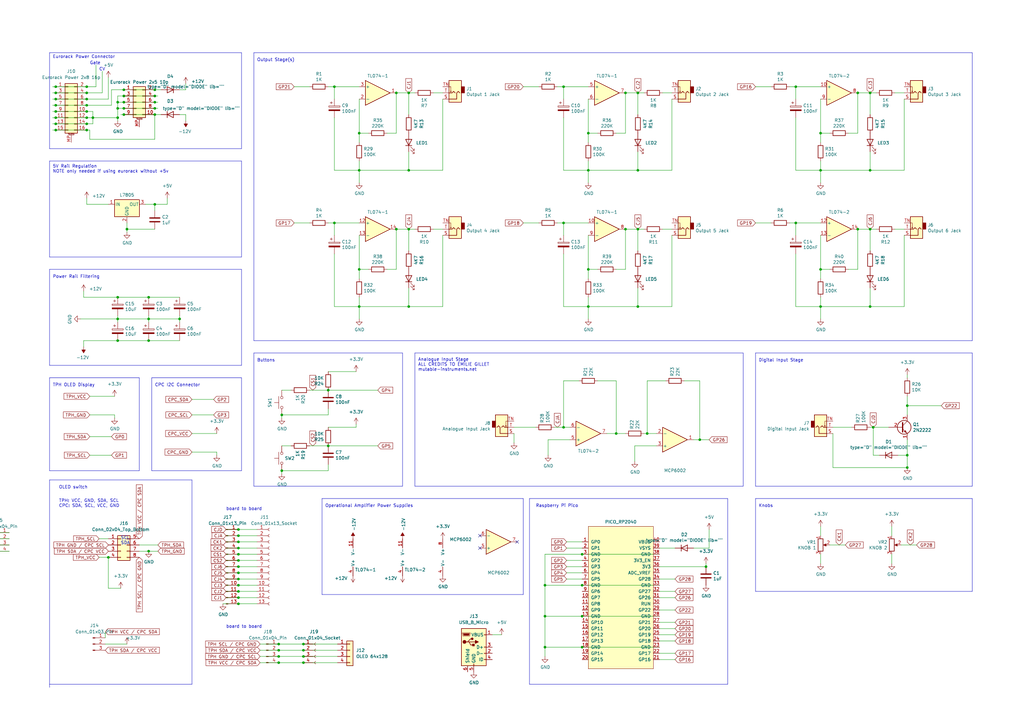
<source format=kicad_sch>
(kicad_sch (version 20230121) (generator eeschema)
  (paper "A3")
  (junction (at 147.32 54.61))
  (junction (at 44.45 228.6))
  (junction (at 22.86 45.72))
  (junction (at 124.46 264.16))
  (junction (at 356.87 93.98))
  (junction (at 97.79 224.79))
  (junction (at 22.86 38.1))
  (junction (at 134.62 182.88))
  (junction (at 336.55 54.61))
  (junction (at 372.11 191.77))
  (junction (at 35.56 43.18))
  (junction (at 35.56 48.26))
  (junction (at 97.79 229.87))
  (junction (at 114.3 271.78))
  (junction (at 351.79 38.1))
  (junction (at 35.56 50.8))
  (junction (at 35.56 45.72))
  (junction (at 336.55 125.73))
  (junction (at 48.26 121.92))
  (junction (at 97.79 237.49))
  (junction (at 241.3 110.49))
  (junction (at 48.26 130.81))
  (junction (at 137.16 35.56))
  (junction (at 22.86 50.8))
  (junction (at 97.79 242.57))
  (junction (at 372.11 166.37))
  (junction (at 167.64 38.1))
  (junction (at 326.39 91.44))
  (junction (at 238.76 227.33))
  (junction (at 22.86 43.18))
  (junction (at 287.02 180.34))
  (junction (at 238.76 240.03))
  (junction (at 167.64 69.85))
  (junction (at 97.79 232.41))
  (junction (at 35.56 53.34))
  (junction (at 22.86 48.26))
  (junction (at 48.26 41.91))
  (junction (at 22.86 35.56))
  (junction (at 231.14 175.26))
  (junction (at 223.52 252.73))
  (junction (at 50.8 44.45))
  (junction (at 241.3 54.61))
  (junction (at 134.62 160.02))
  (junction (at 238.76 265.43))
  (junction (at 252.73 177.8))
  (junction (at 256.54 38.1))
  (junction (at 124.46 271.78))
  (junction (at 73.66 130.81))
  (junction (at 356.87 125.73))
  (junction (at 60.96 226.06))
  (junction (at 137.16 91.44))
  (junction (at 261.62 93.98))
  (junction (at 114.3 264.16))
  (junction (at 372.11 186.69))
  (junction (at 231.14 91.44))
  (junction (at 48.26 44.45))
  (junction (at 147.32 69.85))
  (junction (at 351.79 93.98))
  (junction (at 63.5 36.83))
  (junction (at 336.55 110.49))
  (junction (at 97.79 234.95))
  (junction (at 162.56 93.98))
  (junction (at 22.86 53.34))
  (junction (at 223.52 265.43))
  (junction (at 326.39 35.56))
  (junction (at 35.56 38.1))
  (junction (at 114.3 269.24))
  (junction (at 97.79 245.11))
  (junction (at 97.79 240.03))
  (junction (at 63.5 83.82))
  (junction (at 261.62 69.85))
  (junction (at 63.5 41.91))
  (junction (at 124.46 266.7))
  (junction (at 238.76 252.73))
  (junction (at 60.96 139.7))
  (junction (at 231.14 35.56))
  (junction (at 48.26 139.7))
  (junction (at 256.54 93.98))
  (junction (at 50.8 36.83))
  (junction (at 97.79 227.33))
  (junction (at 97.79 247.65))
  (junction (at 336.55 69.85))
  (junction (at 162.56 38.1))
  (junction (at 38.1 48.26))
  (junction (at 261.62 125.73))
  (junction (at 115.57 193.04))
  (junction (at 97.79 222.25))
  (junction (at 356.87 38.1))
  (junction (at 356.87 69.85))
  (junction (at 115.57 170.18))
  (junction (at 124.46 269.24))
  (junction (at 63.5 39.37))
  (junction (at 97.79 219.71))
  (junction (at 35.56 35.56))
  (junction (at 63.5 46.99))
  (junction (at 358.14 175.26))
  (junction (at 241.3 69.85))
  (junction (at 223.52 240.03))
  (junction (at 261.62 38.1))
  (junction (at 289.56 232.41))
  (junction (at 22.86 40.64))
  (junction (at 60.96 121.92))
  (junction (at 50.8 39.37))
  (junction (at 63.5 44.45))
  (junction (at 167.64 125.73))
  (junction (at 60.96 130.81))
  (junction (at 50.8 41.91))
  (junction (at 50.8 46.99))
  (junction (at 114.3 266.7))
  (junction (at 52.07 93.98))
  (junction (at 97.79 217.17))
  (junction (at 167.64 93.98))
  (junction (at 147.32 110.49))
  (junction (at 265.43 177.8))
  (junction (at 147.32 125.73))
  (junction (at 241.3 125.73))
  (junction (at 35.56 40.64))
  (junction (at 48.26 48.26))
  (no_connect (at 196.85 219.71))
  (no_connect (at 212.09 222.25))
  (no_connect (at 196.85 224.79))
  (wire (pts (xy 92.71 234.95) (xy 97.79 234.95)))
  (wire (pts (xy 137.16 91.44) (xy 134.62 91.44)))
  (wire (pts (xy 92.71 237.49) (xy 97.79 237.49)))
  (wire (pts (xy 358.14 186.69) (xy 358.14 175.26)))
  (wire (pts (xy 356.87 102.87) (xy 356.87 93.98)))
  (wire (pts (xy 114.3 264.16) (xy 124.46 264.16)))
  (wire (pts (xy 137.16 69.85) (xy 137.16 48.26)))
  (wire (pts (xy 167.64 118.11) (xy 167.64 125.73)))
  (wire (pts (xy 97.79 234.95) (xy 105.41 234.95)))
  (wire (pts (xy 372.11 186.69) (xy 372.11 180.34)))
  (wire (pts (xy 34.29 119.38) (xy 34.29 121.92)))
  (polyline (pts (xy 20.32 149.86) (xy 99.06 149.86)))
  (wire (pts (xy 134.62 175.26) (xy 146.05 175.26)))
  (wire (pts (xy 146.05 173.99) (xy 146.05 175.26)))
  (wire (pts (xy 21.59 53.34) (xy 22.86 53.34)))
  (polyline (pts (xy 309.88 204.47) (xy 398.78 204.47)))
  (wire (pts (xy 372.11 166.37) (xy 372.11 162.56)))
  (polyline (pts (xy 20.32 21.59) (xy 99.06 21.59)))
  (wire (pts (xy 114.3 269.24) (xy 106.68 269.24)))
  (wire (pts (xy 372.11 170.18) (xy 372.11 166.37)))
  (wire (pts (xy 356.87 93.98) (xy 351.79 93.98)))
  (wire (pts (xy 368.3 186.69) (xy 372.11 186.69)))
  (wire (pts (xy 270.51 267.97) (xy 276.86 267.97)))
  (wire (pts (xy 336.55 96.52) (xy 336.55 110.49)))
  (wire (pts (xy 349.25 175.26) (xy 341.63 175.26)))
  (polyline (pts (xy 20.32 105.41) (xy 99.06 105.41)))
  (wire (pts (xy 351.79 54.61) (xy 347.98 54.61)))
  (wire (pts (xy 170.18 93.98) (xy 167.64 93.98)))
  (wire (pts (xy 370.84 96.52) (xy 370.84 125.73)))
  (wire (pts (xy 44.45 40.64) (xy 44.45 31.75)))
  (wire (pts (xy 120.65 91.44) (xy 127 91.44)))
  (polyline (pts (xy 398.78 21.59) (xy 104.14 21.59)))
  (wire (pts (xy 73.66 36.83) (xy 76.2 36.83)))
  (polyline (pts (xy 398.78 199.39) (xy 309.88 199.39)))
  (polyline (pts (xy 298.45 204.47) (xy 298.45 280.67)))
  (wire (pts (xy 38.1 50.8) (xy 35.56 50.8)))
  (wire (pts (xy 341.63 177.8) (xy 341.63 191.77)))
  (wire (pts (xy 356.87 118.11) (xy 356.87 125.73)))
  (wire (pts (xy 73.66 130.81) (xy 73.66 129.54)))
  (wire (pts (xy 147.32 54.61) (xy 147.32 58.42)))
  (wire (pts (xy 375.92 223.52) (xy 369.57 223.52)))
  (wire (pts (xy 264.16 38.1) (xy 261.62 38.1)))
  (wire (pts (xy 48.26 130.81) (xy 48.26 129.54)))
  (wire (pts (xy 287.02 156.21) (xy 287.02 180.34)))
  (wire (pts (xy 356.87 69.85) (xy 370.84 69.85)))
  (wire (pts (xy 241.3 110.49) (xy 241.3 114.3)))
  (polyline (pts (xy 99.06 105.41) (xy 99.06 66.04)))
  (wire (pts (xy 114.3 269.24) (xy 124.46 269.24)))
  (wire (pts (xy 270.51 257.81) (xy 276.86 257.81)))
  (wire (pts (xy 63.5 41.91) (xy 50.8 41.91)))
  (wire (pts (xy 270.51 262.89) (xy 276.86 262.89)))
  (wire (pts (xy 46.99 170.18) (xy 36.83 170.18)))
  (wire (pts (xy 167.64 38.1) (xy 162.56 38.1)))
  (polyline (pts (xy 99.06 154.94) (xy 99.06 193.04)))
  (wire (pts (xy 92.71 229.87) (xy 97.79 229.87)))
  (wire (pts (xy 270.51 245.11) (xy 276.86 245.11)))
  (wire (pts (xy 48.26 139.7) (xy 60.96 139.7)))
  (wire (pts (xy 223.52 227.33) (xy 223.52 240.03)))
  (wire (pts (xy 73.66 130.81) (xy 60.96 130.81)))
  (wire (pts (xy 219.71 175.26) (xy 210.82 175.26)))
  (wire (pts (xy 134.62 160.02) (xy 154.94 160.02)))
  (wire (pts (xy 63.5 83.82) (xy 59.69 83.82)))
  (wire (pts (xy 50.8 36.83) (xy 63.5 36.83)))
  (wire (pts (xy 370.84 93.98) (xy 367.03 93.98)))
  (wire (pts (xy 241.3 54.61) (xy 241.3 58.42)))
  (wire (pts (xy 237.49 156.21) (xy 231.14 156.21)))
  (wire (pts (xy 68.58 83.82) (xy 63.5 83.82)))
  (wire (pts (xy -3.81 226.06) (xy 3.81 226.06)))
  (polyline (pts (xy 104.14 139.7) (xy 398.78 139.7)))
  (wire (pts (xy 43.18 259.08) (xy 43.18 261.62)))
  (wire (pts (xy 289.56 231.14) (xy 289.56 232.41)))
  (wire (pts (xy 115.57 171.45) (xy 115.57 170.18)))
  (wire (pts (xy 210.82 177.8) (xy 210.82 181.61)))
  (wire (pts (xy 356.87 46.99) (xy 356.87 38.1)))
  (wire (pts (xy 231.14 96.52) (xy 231.14 91.44)))
  (wire (pts (xy 48.26 39.37) (xy 48.26 41.91)))
  (wire (pts (xy 364.49 175.26) (xy 358.14 175.26)))
  (polyline (pts (xy 20.32 66.04) (xy 99.06 66.04)))
  (wire (pts (xy 256.54 110.49) (xy 252.73 110.49)))
  (wire (pts (xy 261.62 38.1) (xy 256.54 38.1)))
  (wire (pts (xy 127 160.02) (xy 134.62 160.02)))
  (wire (pts (xy 22.86 40.64) (xy 21.59 40.64)))
  (wire (pts (xy 231.14 40.64) (xy 231.14 35.56)))
  (wire (pts (xy 60.96 132.08) (xy 60.96 130.81)))
  (wire (pts (xy 276.86 224.79) (xy 270.51 224.79)))
  (wire (pts (xy 224.79 180.34) (xy 233.68 180.34)))
  (wire (pts (xy 231.14 125.73) (xy 231.14 104.14)))
  (wire (pts (xy 227.33 175.26) (xy 231.14 175.26)))
  (polyline (pts (xy 20.32 110.49) (xy 99.06 110.49)))
  (wire (pts (xy 35.56 83.82) (xy 44.45 83.82)))
  (polyline (pts (xy 309.88 242.57) (xy 309.88 204.47)))
  (wire (pts (xy 340.36 54.61) (xy 336.55 54.61)))
  (wire (pts (xy 214.63 91.44) (xy 220.98 91.44)))
  (wire (pts (xy 57.15 223.52) (xy 64.77 223.52)))
  (wire (pts (xy 290.83 180.34) (xy 287.02 180.34)))
  (polyline (pts (xy 170.18 199.39) (xy 304.8 199.39)))
  (polyline (pts (xy 398.78 204.47) (xy 398.78 242.57)))
  (wire (pts (xy 326.39 91.44) (xy 336.55 91.44)))
  (wire (pts (xy 181.61 96.52) (xy 181.61 125.73)))
  (wire (pts (xy 238.76 240.03) (xy 223.52 240.03)))
  (wire (pts (xy 63.5 93.98) (xy 52.07 93.98)))
  (wire (pts (xy 238.76 265.43) (xy 270.51 265.43)))
  (wire (pts (xy 92.71 242.57) (xy 97.79 242.57)))
  (wire (pts (xy 351.79 93.98) (xy 351.79 110.49)))
  (wire (pts (xy 341.63 191.77) (xy 372.11 191.77)))
  (wire (pts (xy 232.41 232.41) (xy 238.76 232.41)))
  (polyline (pts (xy 309.88 144.78) (xy 398.78 144.78)))
  (wire (pts (xy 365.76 231.14) (xy 365.76 227.33)))
  (polyline (pts (xy 170.18 144.78) (xy 170.18 199.39)))
  (wire (pts (xy 260.35 182.88) (xy 269.24 182.88)))
  (wire (pts (xy 372.11 153.67) (xy 372.11 154.94)))
  (wire (pts (xy 261.62 93.98) (xy 256.54 93.98)))
  (wire (pts (xy 39.37 35.56) (xy 35.56 35.56)))
  (polyline (pts (xy 165.1 199.39) (xy 165.1 144.78)))
  (wire (pts (xy 40.64 220.98) (xy 44.45 220.98)))
  (wire (pts (xy 356.87 125.73) (xy 370.84 125.73)))
  (wire (pts (xy 167.64 62.23) (xy 167.64 69.85)))
  (polyline (pts (xy 132.08 243.84) (xy 132.08 204.47)))
  (wire (pts (xy 35.56 45.72) (xy 38.1 45.72)))
  (polyline (pts (xy 57.15 193.04) (xy 20.32 193.04)))
  (wire (pts (xy 97.79 247.65) (xy 105.41 247.65)))
  (wire (pts (xy 241.3 40.64) (xy 241.3 54.61)))
  (wire (pts (xy 360.68 186.69) (xy 358.14 186.69)))
  (wire (pts (xy 97.79 224.79) (xy 105.41 224.79)))
  (wire (pts (xy 35.56 48.26) (xy 38.1 48.26)))
  (wire (pts (xy 48.26 41.91) (xy 48.26 44.45)))
  (wire (pts (xy 44.45 228.6) (xy 44.45 241.3)))
  (wire (pts (xy 40.64 228.6) (xy 44.45 228.6)))
  (wire (pts (xy 45.72 36.83) (xy 50.8 36.83)))
  (wire (pts (xy 97.79 217.17) (xy 105.41 217.17)))
  (wire (pts (xy 92.71 227.33) (xy 97.79 227.33)))
  (wire (pts (xy 63.5 44.45) (xy 64.77 44.45)))
  (wire (pts (xy 35.56 38.1) (xy 41.91 38.1)))
  (wire (pts (xy 34.29 142.24) (xy 34.29 139.7)))
  (wire (pts (xy 97.79 237.49) (xy 105.41 237.49)))
  (wire (pts (xy 48.26 48.26) (xy 48.26 49.53)))
  (wire (pts (xy 326.39 69.85) (xy 326.39 48.26)))
  (wire (pts (xy 181.61 38.1) (xy 177.8 38.1)))
  (wire (pts (xy 270.51 260.35) (xy 276.86 260.35)))
  (polyline (pts (xy 104.14 21.59) (xy 104.14 139.7)))
  (polyline (pts (xy 132.08 204.47) (xy 214.63 204.47)))
  (wire (pts (xy 265.43 156.21) (xy 265.43 177.8)))
  (wire (pts (xy 223.52 252.73) (xy 238.76 252.73)))
  (wire (pts (xy 48.26 44.45) (xy 50.8 44.45)))
  (wire (pts (xy 38.1 45.72) (xy 38.1 48.26)))
  (wire (pts (xy 147.32 74.93) (xy 147.32 69.85)))
  (wire (pts (xy 60.96 130.81) (xy 60.96 129.54)))
  (wire (pts (xy 256.54 38.1) (xy 256.54 54.61)))
  (wire (pts (xy 241.3 69.85) (xy 231.14 69.85)))
  (wire (pts (xy 326.39 35.56) (xy 336.55 35.56)))
  (wire (pts (xy 115.57 194.31) (xy 115.57 193.04)))
  (wire (pts (xy 309.88 91.44) (xy 316.23 91.44)))
  (wire (pts (xy -3.81 220.98) (xy 3.81 220.98)))
  (wire (pts (xy 92.71 217.17) (xy 97.79 217.17)))
  (wire (pts (xy 88.9 185.42) (xy 78.74 185.42)))
  (polyline (pts (xy 20.32 60.96) (xy 99.06 60.96)))
  (polyline (pts (xy 99.06 60.96) (xy 99.06 21.59)))
  (wire (pts (xy 270.51 250.19) (xy 276.86 250.19)))
  (wire (pts (xy 60.96 130.81) (xy 48.26 130.81)))
  (wire (pts (xy 97.79 222.25) (xy 105.41 222.25)))
  (wire (pts (xy 238.76 252.73) (xy 270.51 252.73)))
  (wire (pts (xy 238.76 229.87) (xy 232.41 229.87)))
  (wire (pts (xy 326.39 91.44) (xy 323.85 91.44)))
  (wire (pts (xy 336.55 69.85) (xy 356.87 69.85)))
  (wire (pts (xy 265.43 177.8) (xy 264.16 177.8)))
  (wire (pts (xy 214.63 35.56) (xy 220.98 35.56)))
  (wire (pts (xy 346.71 223.52) (xy 340.36 223.52)))
  (wire (pts (xy 66.04 46.99) (xy 63.5 46.99)))
  (wire (pts (xy 326.39 40.64) (xy 326.39 35.56)))
  (wire (pts (xy 290.83 224.79) (xy 284.48 224.79)))
  (wire (pts (xy 137.16 35.56) (xy 134.62 35.56)))
  (wire (pts (xy 245.11 156.21) (xy 252.73 156.21)))
  (wire (pts (xy 134.62 152.4) (xy 146.05 152.4)))
  (wire (pts (xy 340.36 110.49) (xy 336.55 110.49)))
  (wire (pts (xy 124.46 266.7) (xy 138.43 266.7)))
  (wire (pts (xy 241.3 121.92) (xy 241.3 125.73)))
  (wire (pts (xy 162.56 93.98) (xy 162.56 110.49)))
  (wire (pts (xy 97.79 219.71) (xy 105.41 219.71)))
  (polyline (pts (xy 165.1 144.78) (xy 104.14 144.78)))
  (wire (pts (xy 241.3 74.93) (xy 241.3 69.85)))
  (wire (pts (xy 241.3 96.52) (xy 241.3 110.49)))
  (wire (pts (xy 48.26 39.37) (xy 50.8 39.37)))
  (polyline (pts (xy 304.8 199.39) (xy 304.8 144.78)))
  (wire (pts (xy 261.62 69.85) (xy 275.59 69.85)))
  (polyline (pts (xy 104.14 199.39) (xy 165.1 199.39)))
  (wire (pts (xy 167.64 102.87) (xy 167.64 93.98)))
  (wire (pts (xy 232.41 222.25) (xy 238.76 222.25)))
  (polyline (pts (xy 398.78 242.57) (xy 309.88 242.57)))
  (wire (pts (xy 269.24 177.8) (xy 265.43 177.8)))
  (wire (pts (xy 38.1 48.26) (xy 38.1 50.8)))
  (wire (pts (xy 137.16 91.44) (xy 147.32 91.44)))
  (polyline (pts (xy 309.88 199.39) (xy 309.88 144.78)))
  (wire (pts (xy -3.81 218.44) (xy 3.81 218.44)))
  (wire (pts (xy 46.99 162.56) (xy 36.83 162.56)))
  (wire (pts (xy 275.59 96.52) (xy 275.59 125.73)))
  (wire (pts (xy 60.96 226.06) (xy 64.77 226.06)))
  (wire (pts (xy 22.86 35.56) (xy 21.59 35.56)))
  (wire (pts (xy 167.64 93.98) (xy 162.56 93.98)))
  (wire (pts (xy 356.87 38.1) (xy 351.79 38.1)))
  (wire (pts (xy 147.32 96.52) (xy 147.32 110.49)))
  (wire (pts (xy 162.56 110.49) (xy 158.75 110.49)))
  (wire (pts (xy 241.3 130.81) (xy 241.3 125.73)))
  (polyline (pts (xy 20.32 21.59) (xy 20.32 60.96)))
  (wire (pts (xy 326.39 35.56) (xy 323.85 35.56)))
  (wire (pts (xy 351.79 38.1) (xy 351.79 54.61)))
  (wire (pts (xy 92.71 232.41) (xy 97.79 232.41)))
  (wire (pts (xy 231.14 91.44) (xy 241.3 91.44)))
  (wire (pts (xy 289.56 232.41) (xy 270.51 232.41)))
  (polyline (pts (xy 20.32 193.04) (xy 20.32 154.94)))
  (wire (pts (xy 231.14 156.21) (xy 231.14 175.26)))
  (wire (pts (xy 60.96 139.7) (xy 73.66 139.7)))
  (wire (pts (xy 359.41 93.98) (xy 356.87 93.98)))
  (wire (pts (xy 88.9 177.8) (xy 78.74 177.8)))
  (wire (pts (xy 106.68 264.16) (xy 114.3 264.16)))
  (wire (pts (xy 36.83 53.34) (xy 35.56 53.34)))
  (wire (pts (xy 87.63 163.83) (xy 78.74 163.83)))
  (wire (pts (xy 76.2 34.29) (xy 76.2 36.83)))
  (wire (pts (xy 92.71 222.25) (xy 97.79 222.25)))
  (wire (pts (xy 231.14 175.26) (xy 233.68 175.26)))
  (wire (pts (xy 45.72 179.07) (xy 36.83 179.07)))
  (wire (pts (xy 35.56 43.18) (xy 45.72 43.18)))
  (wire (pts (xy 231.14 69.85) (xy 231.14 48.26)))
  (wire (pts (xy 147.32 130.81) (xy 147.32 125.73)))
  (wire (pts (xy 22.86 50.8) (xy 35.56 50.8)))
  (polyline (pts (xy 398.78 144.78) (xy 398.78 199.39)))
  (wire (pts (xy 241.3 125.73) (xy 261.62 125.73)))
  (wire (pts (xy 264.16 93.98) (xy 261.62 93.98)))
  (wire (pts (xy 147.32 125.73) (xy 167.64 125.73)))
  (wire (pts (xy 245.11 110.49) (xy 241.3 110.49)))
  (wire (pts (xy 22.86 38.1) (xy 35.56 38.1)))
  (wire (pts (xy 57.15 226.06) (xy 60.96 226.06)))
  (wire (pts (xy 124.46 264.16) (xy 138.43 264.16)))
  (wire (pts (xy 336.55 69.85) (xy 326.39 69.85)))
  (wire (pts (xy 97.79 245.11) (xy 105.41 245.11)))
  (wire (pts (xy 39.37 26.67) (xy 39.37 35.56)))
  (wire (pts (xy 162.56 38.1) (xy 162.56 54.61)))
  (wire (pts (xy 238.76 227.33) (xy 270.51 227.33)))
  (wire (pts (xy 48.26 121.92) (xy 60.96 121.92)))
  (wire (pts (xy 76.2 49.53) (xy 76.2 46.99)))
  (wire (pts (xy 336.55 66.04) (xy 336.55 69.85)))
  (wire (pts (xy 60.96 121.92) (xy 73.66 121.92)))
  (wire (pts (xy 223.52 252.73) (xy 223.52 265.43)))
  (wire (pts (xy 241.3 66.04) (xy 241.3 69.85)))
  (wire (pts (xy 119.38 160.02) (xy 115.57 160.02)))
  (wire (pts (xy 336.55 215.9) (xy 336.55 219.71)))
  (wire (pts (xy 48.26 132.08) (xy 48.26 130.81)))
  (wire (pts (xy 63.5 41.91) (xy 64.77 41.91)))
  (wire (pts (xy 336.55 125.73) (xy 356.87 125.73)))
  (wire (pts (xy 46.99 171.45) (xy 46.99 170.18)))
  (wire (pts (xy 275.59 38.1) (xy 271.78 38.1)))
  (wire (pts (xy 45.72 36.83) (xy 45.72 43.18)))
  (wire (pts (xy 114.3 271.78) (xy 124.46 271.78)))
  (wire (pts (xy 336.55 74.93) (xy 336.55 69.85)))
  (wire (pts (xy 97.79 240.03) (xy 105.41 240.03)))
  (wire (pts (xy 358.14 175.26) (xy 356.87 175.26)))
  (wire (pts (xy 52.07 264.16) (xy 43.18 264.16)))
  (wire (pts (xy 22.86 45.72) (xy 21.59 45.72)))
  (polyline (pts (xy 99.06 193.04) (xy 62.23 193.04)))
  (wire (pts (xy 137.16 96.52) (xy 137.16 91.44)))
  (wire (pts (xy 50.8 46.99) (xy 49.53 46.99)))
  (wire (pts (xy 167.64 125.73) (xy 181.61 125.73)))
  (wire (pts (xy 326.39 125.73) (xy 326.39 104.14)))
  (wire (pts (xy 22.86 48.26) (xy 21.59 48.26)))
  (polyline (pts (xy 398.78 139.7) (xy 398.78 21.59)))
  (wire (pts (xy 33.02 130.81) (xy 48.26 130.81)))
  (wire (pts (xy 336.55 227.33) (xy 336.55 231.14)))
  (wire (pts (xy 238.76 265.43) (xy 223.52 265.43)))
  (wire (pts (xy 336.55 40.64) (xy 336.55 54.61)))
  (wire (pts (xy 231.14 91.44) (xy 228.6 91.44)))
  (wire (pts (xy 137.16 35.56) (xy 147.32 35.56)))
  (wire (pts (xy 124.46 271.78) (xy 138.43 271.78)))
  (wire (pts (xy 147.32 66.04) (xy 147.32 69.85)))
  (wire (pts (xy 309.88 35.56) (xy 316.23 35.56)))
  (wire (pts (xy 91.44 247.65) (xy 97.79 247.65)))
  (wire (pts (xy 290.83 217.17) (xy 290.83 224.79)))
  (wire (pts (xy 21.59 38.1) (xy 22.86 38.1)))
  (wire (pts (xy 22.86 35.56) (xy 35.56 35.56)))
  (polyline (pts (xy 57.15 154.94) (xy 57.15 193.04)))
  (wire (pts (xy -3.81 223.52) (xy 3.81 223.52)))
  (polyline (pts (xy 20.32 281.94) (xy 20.32 196.85)))
  (wire (pts (xy 114.3 266.7) (xy 124.46 266.7)))
  (wire (pts (xy 356.87 62.23) (xy 356.87 69.85)))
  (wire (pts (xy 238.76 227.33) (xy 223.52 227.33)))
  (wire (pts (xy 241.3 69.85) (xy 261.62 69.85)))
  (wire (pts (xy 284.48 180.34) (xy 287.02 180.34)))
  (wire (pts (xy 48.26 44.45) (xy 48.26 48.26)))
  (wire (pts (xy 270.51 242.57) (xy 276.86 242.57)))
  (wire (pts (xy 22.86 50.8) (xy 21.59 50.8)))
  (wire (pts (xy 261.62 125.73) (xy 275.59 125.73)))
  (polyline (pts (xy 99.06 149.86) (xy 99.06 110.49)))
  (wire (pts (xy 41.91 29.21) (xy 41.91 38.1)))
  (wire (pts (xy 238.76 224.79) (xy 232.41 224.79)))
  (wire (pts (xy 162.56 54.61) (xy 158.75 54.61)))
  (wire (pts (xy 147.32 121.92) (xy 147.32 125.73)))
  (wire (pts (xy 336.55 54.61) (xy 336.55 58.42)))
  (wire (pts (xy 372.11 191.77) (xy 372.11 186.69)))
  (wire (pts (xy 97.79 229.87) (xy 105.41 229.87)))
  (wire (pts (xy 134.62 190.5) (xy 134.62 193.04)))
  (wire (pts (xy 63.5 86.36) (xy 63.5 83.82)))
  (wire (pts (xy 52.07 93.98) (xy 52.07 91.44)))
  (wire (pts (xy 336.55 110.49) (xy 336.55 114.3)))
  (polyline (pts (xy 214.63 204.47) (xy 214.63 243.84)))
  (wire (pts (xy 167.64 46.99) (xy 167.64 38.1)))
  (wire (pts (xy 256.54 93.98) (xy 256.54 110.49)))
  (wire (pts (xy 256.54 54.61) (xy 252.73 54.61)))
  (wire (pts (xy 287.02 156.21) (xy 280.67 156.21)))
  (wire (pts (xy 63.5 57.15) (xy 63.5 46.99)))
  (wire (pts (xy 181.61 40.64) (xy 181.61 69.85)))
  (wire (pts (xy 245.11 54.61) (xy 241.3 54.61)))
  (wire (pts (xy 270.51 237.49) (xy 276.86 237.49)))
  (wire (pts (xy 22.86 40.64) (xy 35.56 40.64)))
  (wire (pts (xy 134.62 167.64) (xy 134.62 170.18)))
  (wire (pts (xy 35.56 81.28) (xy 35.56 83.82)))
  (wire (pts (xy 232.41 234.95) (xy 238.76 234.95)))
  (wire (pts (xy 270.51 270.51) (xy 276.86 270.51)))
  (polyline (pts (xy 78.74 280.67) (xy 20.32 280.67)))
  (wire (pts (xy 336.55 121.92) (xy 336.55 125.73)))
  (wire (pts (xy 50.8 44.45) (xy 63.5 44.45)))
  (wire (pts (xy 134.62 182.88) (xy 154.94 182.88)))
  (wire (pts (xy 205.74 260.35) (xy 201.93 260.35)))
  (wire (pts (xy 73.66 132.08) (xy 73.66 130.81)))
  (wire (pts (xy 370.84 40.64) (xy 370.84 69.85)))
  (wire (pts (xy 92.71 245.11) (xy 97.79 245.11)))
  (wire (pts (xy 22.86 45.72) (xy 35.56 45.72)))
  (wire (pts (xy 48.26 121.92) (xy 34.29 121.92)))
  (wire (pts (xy 92.71 219.71) (xy 97.79 219.71)))
  (wire (pts (xy 261.62 62.23) (xy 261.62 69.85)))
  (polyline (pts (xy 20.32 154.94) (xy 57.15 154.94)))
  (wire (pts (xy 48.26 41.91) (xy 50.8 41.91)))
  (wire (pts (xy 63.5 39.37) (xy 64.77 39.37)))
  (wire (pts (xy 124.46 269.24) (xy 138.43 269.24)))
  (wire (pts (xy 270.51 255.27) (xy 276.86 255.27)))
  (wire (pts (xy 170.18 38.1) (xy 167.64 38.1)))
  (wire (pts (xy 137.16 125.73) (xy 137.16 104.14)))
  (wire (pts (xy 147.32 110.49) (xy 147.32 114.3)))
  (wire (pts (xy 137.16 40.64) (xy 137.16 35.56)))
  (wire (pts (xy 68.58 81.28) (xy 68.58 83.82)))
  (wire (pts (xy 252.73 177.8) (xy 248.92 177.8)))
  (wire (pts (xy 52.07 95.25) (xy 52.07 93.98)))
  (wire (pts (xy 256.54 177.8) (xy 252.73 177.8)))
  (wire (pts (xy 120.65 35.56) (xy 127 35.56)))
  (wire (pts (xy 63.5 36.83) (xy 66.04 36.83)))
  (wire (pts (xy 181.61 93.98) (xy 177.8 93.98)))
  (wire (pts (xy 36.83 57.15) (xy 36.83 53.34)))
  (wire (pts (xy 88.9 186.69) (xy 88.9 185.42)))
  (polyline (pts (xy 20.32 110.49) (xy 20.32 149.86)))
  (wire (pts (xy 34.29 139.7) (xy 48.26 139.7)))
  (wire (pts (xy 336.55 130.81) (xy 336.55 125.73)))
  (wire (pts (xy 147.32 125.73) (xy 137.16 125.73)))
  (wire (pts (xy 265.43 156.21) (xy 273.05 156.21)))
  (wire (pts (xy 36.83 57.15) (xy 63.5 57.15)))
  (wire (pts (xy 275.59 40.64) (xy 275.59 69.85)))
  (wire (pts (xy 97.79 232.41) (xy 105.41 232.41)))
  (wire (pts (xy 63.5 39.37) (xy 50.8 39.37)))
  (wire (pts (xy 370.84 38.1) (xy 367.03 38.1)))
  (wire (pts (xy 365.76 215.9) (xy 365.76 219.71)))
  (wire (pts (xy 97.79 242.57) (xy 105.41 242.57)))
  (wire (pts (xy 241.3 125.73) (xy 231.14 125.73)))
  (wire (pts (xy 35.56 40.64) (xy 44.45 40.64)))
  (wire (pts (xy 261.62 102.87) (xy 261.62 93.98)))
  (wire (pts (xy 151.13 110.49) (xy 147.32 110.49)))
  (wire (pts (xy 151.13 54.61) (xy 147.32 54.61)))
  (polyline (pts (xy 20.32 196.85) (xy 78.74 196.85)))
  (wire (pts (xy 114.3 266.7) (xy 106.68 266.7)))
  (polyline (pts (xy 104.14 144.78) (xy 104.14 199.39)))
  (wire (pts (xy 114.3 271.78) (xy 106.68 271.78)))
  (wire (pts (xy 351.79 110.49) (xy 347.98 110.49)))
  (polyline (pts (xy 62.23 154.94) (xy 99.06 154.94)))
  (wire (pts (xy 50.8 46.99) (xy 63.5 46.99)))
  (polyline (pts (xy 62.23 193.04) (xy 62.23 154.94)))
  (polyline (pts (xy 214.63 243.84) (xy 132.08 243.84)))
  (wire (pts (xy 359.41 38.1) (xy 356.87 38.1)))
  (polyline (pts (xy 78.74 196.85) (xy 78.74 280.67)))
  (wire (pts (xy 134.62 170.18) (xy 115.57 170.18)))
  (wire (pts (xy 22.86 43.18) (xy 35.56 43.18)))
  (polyline (pts (xy 217.17 204.47) (xy 298.45 204.47)))
  (wire (pts (xy 223.52 240.03) (xy 223.52 252.73)))
  (wire (pts (xy 22.86 43.18) (xy 21.59 43.18)))
  (wire (pts (xy 78.74 170.18) (xy 87.63 170.18)))
  (polyline (pts (xy 298.45 280.67) (xy 217.17 280.67)))
  (wire (pts (xy 73.66 46.99) (xy 76.2 46.99)))
  (wire (pts (xy 44.45 241.3) (xy 49.53 241.3)))
  (wire (pts (xy 231.14 35.56) (xy 241.3 35.56)))
  (wire (pts (xy 92.71 240.03) (xy 97.79 240.03)))
  (wire (pts (xy 147.32 69.85) (xy 167.64 69.85)))
  (wire (pts (xy 224.79 186.69) (xy 224.79 180.34)))
  (wire (pts (xy 127 182.88) (xy 134.62 182.88)))
  (wire (pts (xy 147.32 69.85) (xy 137.16 69.85)))
  (wire (pts (xy 22.86 53.34) (xy 35.56 53.34)))
  (wire (pts (xy 92.71 224.79) (xy 97.79 224.79)))
  (polyline (pts (xy 20.32 66.04) (xy 20.32 105.41)))
  (wire (pts (xy 326.39 96.52) (xy 326.39 91.44)))
  (wire (pts (xy 261.62 46.99) (xy 261.62 38.1)))
  (wire (pts (xy 38.1 48.26) (xy 48.26 48.26)))
  (wire (pts (xy 275.59 93.98) (xy 271.78 93.98)))
  (wire (pts (xy 260.35 189.23) (xy 260.35 182.88)))
  (wire (pts (xy 22.86 48.26) (xy 35.56 48.26)))
  (wire (pts (xy 36.83 186.69) (xy 45.72 186.69)))
  (polyline (pts (xy 304.8 144.78) (xy 170.18 144.78)))
  (wire (pts (xy 232.41 237.49) (xy 238.76 237.49)))
  (wire (pts (xy 147.32 40.64) (xy 147.32 54.61)))
  (wire (pts (xy 134.62 193.04) (xy 115.57 193.04)))
  (wire (pts (xy 261.62 118.11) (xy 261.62 125.73)))
  (wire (pts (xy 386.08 166.37) (xy 372.11 166.37)))
  (wire (pts (xy 167.64 69.85) (xy 181.61 69.85)))
  (wire (pts (xy 336.55 125.73) (xy 326.39 125.73)))
  (wire (pts (xy 238.76 240.03) (xy 270.51 240.03)))
  (wire (pts (xy 119.38 182.88) (xy 115.57 182.88)))
  (wire (pts (xy 252.73 156.21) (xy 252.73 177.8)))
  (wire (pts (xy 231.14 35.56) (xy 228.6 35.56)))
  (polyline (pts (xy 217.17 280.67) (xy 217.17 204.47)))
  (wire (pts (xy 223.52 265.43) (xy 223.52 269.24)))
  (wire (pts (xy 97.79 227.33) (xy 105.41 227.33)))
  (text "Eurorack Power Connector" (at 21.59 24.13 0) (effects (font (size 1.27 1.27)) (justify left bottom)))
  (text "Operational Amplifier Power Supplies" (at 133.35 208.28 0) (effects (font (size 1.27 1.27)) (justify left bottom)))
  (text "Raspberry Pi Pico" (at 219.71 208.28 0) (effects (font (size 1.27 1.27)) (justify left bottom)))
  (text "Gate" (at 36.83 26.67 0) (effects (font (size 1.27 1.27)) (justify left bottom)))
  (text "OLED switch" (at 24.13 200.66 0) (effects (font (size 1.27 1.27)) (justify left bottom)))
  (text "Digital Input Stage\n" (at 311.15 148.59 0) (effects (font (size 1.27 1.27)) (justify left bottom)))
  (text "5V Rail Regulation \nNOTE only needed if using eurorack without +5v" (at 21.59 71.12 0) (effects (font (size 1.27 1.27)) (justify left bottom)))
  (text "Output Stage(s)" (at 105.41 25.4 0) (effects (font (size 1.27 1.27)) (justify left bottom)))
  (text "Power Rail Filtering" (at 21.59 114.3 0) (effects (font (size 1.27 1.27)) (justify left bottom)))
  (text "CPC I2C Connector\n" (at 63.5 158.75 0) (effects (font (size 1.27 1.27)) (justify left bottom)))
  (text "TPH: VCC, GND, SDA, SCL\nCPC: SDA, SCL, VCC, GND" (at 24.13 208.28 0) (effects (font (size 1.27 1.27)) (justify left bottom)))
  (text "CV" (at 40.64 29.21 0) (effects (font (size 1.27 1.27)) (justify left bottom)))
  (text "Buttons" (at 105.41 148.59 0) (effects (font (size 1.27 1.27)) (justify left bottom)))
  (text "TPH OLED Display" (at 21.59 158.75 0) (effects (font (size 1.27 1.27)) (justify left bottom)))
  (text "board to board" (at 92.71 209.55 0) (effects (font (size 1.27 1.27)) (justify left bottom)))
  (text "SCL\nSDA" (at 49.53 223.52 0) (effects (font (size 1.27 1.27)) (justify left bottom)))
  (text "Analogue Input Stage\nALL CREDITS TO ÉMILIE GILLET\nmutable-instruments.net" (at 171.45 152.4 0) (effects (font (size 1.27 1.27)) (justify left bottom)))
  (text "Knobs" (at 311.15 208.28 0) (effects (font (size 1.27 1.27)) (justify left bottom)))
  (text "board to board" (at 92.71 257.81 0) (effects (font (size 1.27 1.27)) (justify left bottom)))
  (global_label "GP19" (shape input) (at 309.88 91.44 180) (property "Intersheetrefs" "${INTERSHEET_REFS}" (effects hide)))
  (global_label "TPH VCC {slash} CPC SDA" (shape input) (at 106.68 271.78 180) (property "Intersheetrefs" "${INTERSHEET_REFS}" (effects hide)))
  (global_label "TPH_SDA" (shape input) (at 64.77 223.52 0) (property "Intersheetrefs" "${INTERSHEET_REFS}" (effects hide)))
  (global_label "CJ2" (shape input) (at 261.62 38.1 90) (property "Intersheetrefs" "${INTERSHEET_REFS}" (effects hide)))
  (global_label "GP26" (shape input) (at 276.86 245.11 0) (property "Intersheetrefs" "${INTERSHEET_REFS}" (effects hide)))
  (global_label "GP3" (shape input) (at 232.41 232.41 180) (property "Intersheetrefs" "${INTERSHEET_REFS}" (effects hide)))
  (global_label "TPH GND {slash} CPC SCL" (shape input) (at 44.45 223.52 180) (property "Intersheetrefs" "${INTERSHEET_REFS}" (effects hide)))
  (global_label "GP4" (shape input) (at 154.94 160.02 0) (property "Intersheetrefs" "${INTERSHEET_REFS}" (effects hide)))
  (global_label "CJ1" (shape input) (at 92.71 245.11 180) (property "Intersheetrefs" "${INTERSHEET_REFS}" (effects hide)))
  (global_label "GP3" (shape input) (at 87.63 170.18 0) (property "Intersheetrefs" "${INTERSHEET_REFS}" (effects hide)))
  (global_label "GP21" (shape input) (at 120.65 35.56 180) (property "Intersheetrefs" "${INTERSHEET_REFS}" (effects hide)))
  (global_label "GP22" (shape input) (at 386.08 166.37 0) (property "Intersheetrefs" "${INTERSHEET_REFS}" (effects hide)))
  (global_label "TPH SDA {slash} CPC VCC" (shape input) (at 106.68 266.7 180) (property "Intersheetrefs" "${INTERSHEET_REFS}" (effects hide)))
  (global_label "TPH_VCC" (shape input) (at 40.64 228.6 180) (property "Intersheetrefs" "${INTERSHEET_REFS}" (effects hide)))
  (global_label "TPH SCL {slash} CPC GND" (shape input) (at 106.68 264.16 180) (property "Intersheetrefs" "${INTERSHEET_REFS}" (effects hide)))
  (global_label "CJ1" (shape input) (at 167.64 38.1 90) (property "Intersheetrefs" "${INTERSHEET_REFS}" (effects hide)))
  (global_label "GP5" (shape input) (at 232.41 237.49 180) (property "Intersheetrefs" "${INTERSHEET_REFS}" (effects hide)))
  (global_label "GP28" (shape input) (at 276.86 237.49 0) (property "Intersheetrefs" "${INTERSHEET_REFS}" (effects hide)))
  (global_label "GP27" (shape input) (at 276.86 242.57 0) (property "Intersheetrefs" "${INTERSHEET_REFS}" (effects hide)))
  (global_label "GP19" (shape input) (at 276.86 260.35 0) (property "Intersheetrefs" "${INTERSHEET_REFS}" (effects hide)))
  (global_label "CJ6" (shape input) (at 92.71 232.41 180) (property "Intersheetrefs" "${INTERSHEET_REFS}" (effects hide)))
  (global_label "GP0" (shape input) (at 232.41 222.25 180) (property "Intersheetrefs" "${INTERSHEET_REFS}" (effects hide)))
  (global_label "CS1" (shape input) (at 128.27 160.02 90) (property "Intersheetrefs" "${INTERSHEET_REFS}" (effects hide)))
  (global_label "CPC_GND" (shape input) (at -3.81 218.44 180) (property "Intersheetrefs" "${INTERSHEET_REFS}" (effects hide)))
  (global_label "CJ5" (shape input) (at 92.71 234.95 180) (property "Intersheetrefs" "${INTERSHEET_REFS}" (effects hide)))
  (global_label "TPH_GND" (shape input) (at 36.83 170.18 180) (property "Intersheetrefs" "${INTERSHEET_REFS}" (effects hide)))
  (global_label "CPC_SCL" (shape input) (at -3.81 223.52 180) (property "Intersheetrefs" "${INTERSHEET_REFS}" (effects hide)))
  (global_label "CPC_VCC" (shape input) (at 78.74 177.8 180) (property "Intersheetrefs" "${INTERSHEET_REFS}" (effects hide)))
  (global_label "GP17" (shape input) (at 276.86 267.97 0) (property "Intersheetrefs" "${INTERSHEET_REFS}" (effects hide)))
  (global_label "TPH VCC {slash} CPC SDA" (shape input) (at 57.15 220.98 90) (property "Intersheetrefs" "${INTERSHEET_REFS}" (effects hide)))
  (global_label "GP20" (shape input) (at 276.86 257.81 0) (property "Intersheetrefs" "${INTERSHEET_REFS}" (effects hide)))
  (global_label "CJ2" (shape input) (at 92.71 242.57 180) (property "Intersheetrefs" "${INTERSHEET_REFS}" (effects hide)))
  (global_label "CJ4" (shape input) (at 167.64 93.98 90) (property "Intersheetrefs" "${INTERSHEET_REFS}" (effects hide)))
  (global_label "GP4" (shape input) (at 232.41 234.95 180) (property "Intersheetrefs" "${INTERSHEET_REFS}" (effects hide)))
  (global_label "GP1" (shape input) (at 232.41 224.79 180) (property "Intersheetrefs" "${INTERSHEET_REFS}" (effects hide)))
  (global_label "GP21" (shape input) (at 276.86 255.27 0) (property "Intersheetrefs" "${INTERSHEET_REFS}" (effects hide)))
  (global_label "CS1" (shape input) (at 92.71 227.33 180) (property "Intersheetrefs" "${INTERSHEET_REFS}" (effects hide)))
  (global_label "TPH_SCL" (shape input) (at 40.64 220.98 180) (property "Intersheetrefs" "${INTERSHEET_REFS}" (effects hide)))
  (global_label "GP1" (shape input) (at 45.72 186.69 0) (property "Intersheetrefs" "${INTERSHEET_REFS}" (effects hide)))
  (global_label "GP18" (shape input) (at 276.86 262.89 0) (property "Intersheetrefs" "${INTERSHEET_REFS}" (effects hide)))
  (global_label "CPC_SDA" (shape input) (at 78.74 163.83 180) (property "Intersheetrefs" "${INTERSHEET_REFS}" (effects hide)))
  (global_label "TPH SDA {slash} CPC VCC" (shape input) (at 44.45 226.06 180) (property "Intersheetrefs" "${INTERSHEET_REFS}" (effects hide)))
  (global_label "GP27" (shape input) (at 346.71 223.52 0) (property "Intersheetrefs" "${INTERSHEET_REFS}" (effects hide)))
  (global_label "CS2" (shape input) (at 128.27 182.88 90) (property "Intersheetrefs" "${INTERSHEET_REFS}" (effects hide)))
  (global_label "CJ6" (shape input) (at 356.87 93.98 90) (property "Intersheetrefs" "${INTERSHEET_REFS}" (effects hide)))
  (global_label "GP5" (shape input) (at 154.94 182.88 0) (property "Intersheetrefs" "${INTERSHEET_REFS}" (effects hide)))
  (global_label "CJD" (shape input) (at 358.14 175.26 90) (property "Intersheetrefs" "${INTERSHEET_REFS}" (effects hide)))
  (global_label "CK2" (shape input) (at 92.71 224.79 180) (property "Intersheetrefs" "${INTERSHEET_REFS}" (effects hide)))
  (global_label "TPH_GND" (shape input) (at 64.77 226.06 0) (property "Intersheetrefs" "${INTERSHEET_REFS}" (effects hide)))
  (global_label "GP17" (shape input) (at 120.65 91.44 180) (property "Intersheetrefs" "${INTERSHEET_REFS}" (effects hide)))
  (global_label "CS2" (shape input) (at 92.71 229.87 180) (property "Intersheetrefs" "${INTERSHEET_REFS}" (effects hide)))
  (global_label "TPH GND {slash} CPC SCL" (shape input) (at 106.68 269.24 180) (property "Intersheetrefs" "${INTERSHEET_REFS}" (effects hide)))
  (global_label "GP16" (shape input) (at 276.86 270.51 0) (property "Intersheetrefs" "${INTERSHEET_REFS}" (effects hide)))
  (global_label "GP20" (shape input) (at 214.63 35.56 180) (property "Intersheetrefs" "${INTERSHEET_REFS}" (effects hide)))
  (global_label "GP22" (shape input) (at 276.86 250.19 0) (property "Intersheetrefs" "${INTERSHEET_REFS}" (effects hide)))
  (global_label "CJ3" (shape input) (at 92.71 240.03 180) (property "Intersheetrefs" "${INTERSHEET_REFS}" (effects hide)))
  (global_label "CPC_SDA" (shape input) (at -3.81 226.06 180) (property "Intersheetrefs" "${INTERSHEET_REFS}" (effects hide)))
  (global_label "TPH_VCC" (shape input) (at 36.83 162.56 180) (property "Intersheetrefs" "${INTERSHEET_REFS}" (effects hide)))
  (global_label "CJA" (shape input) (at 228.6 175.26 90) (property "Intersheetrefs" "${INTERSHEET_REFS}" (effects hide)))
  (global_label "TPH_SDA" (shape input) (at 36.83 179.07 180) (property "Intersheetrefs" "${INTERSHEET_REFS}" (effects hide)))
  (global_label "CK2" (shape input) (at 373.38 223.52 90) (property "Intersheetrefs" "${INTERSHEET_REFS}" (effects hide)))
  (global_label "TPH_SCL" (shape input) (at 36.83 186.69 180) (property "Intersheetrefs" "${INTERSHEET_REFS}" (effects hide)))
  (global_label "TPH SCL {slash} CPC GND" (shape input) (at 57.15 228.6 270) (property "Intersheetrefs" "${INTERSHEET_REFS}" (effects hide)))
  (global_label "CPC_VCC" (shape input) (at -3.81 220.98 180) (property "Intersheetrefs" "${INTERSHEET_REFS}" (effects hide)))
  (global_label "GP16" (shape input) (at 309.88 35.56 180) (property "Intersheetrefs" "${INTERSHEET_REFS}" (effects hide)))
  (global_label "CJD" (shape input) (at 92.71 217.17 180) (property "Intersheetrefs" "${INTERSHEET_REFS}" (effects hide)))
  (global_label "GP26" (shape input) (at 290.83 180.34 0) (property "Intersheetrefs" "${INTERSHEET_REFS}" (effects hide)))
  (global_label "GP0" (shape input) (at 45.72 179.07 0) (property "Intersheetrefs" "${INTERSHEET_REFS}" (effects hide)))
  (global_label "CPC_SCL" (shape input) (at 78.74 170.18 180) (property "Intersheetrefs" "${INTERSHEET_REFS}" (effects hide)))
  (global_label "GP18" (shape input) (at 214.63 91.44 180) (property "Intersheetrefs" "${INTERSHEET_REFS}" (effects hide)))
  (global_label "CJ5" (shape input) (at 261.62 93.98 90) (property "Intersheetrefs" "${INTERSHEET_REFS}" (effects hide)))
  (global_label "TPH VCC {slash} CPC SDA" (shape input) (at 43.18 259.08 0) (property "Intersheetrefs" "${INTERSHEET_REFS}" (effects hide)))
  (global_label "CK1" (shape input) (at 92.71 222.25 180) (property "Intersheetrefs" "${INTERSHEET_REFS}" (effects hide)))
  (global_label "CJ4" (shape input) (at 92.71 237.49 180) (property "Intersheetrefs" "${INTERSHEET_REFS}" (effects hide)))
  (global_label "CPC_GND" (shape input) (at 78.74 185.42 180) (property "Intersheetrefs" "${INTERSHEET_REFS}" (effects hide)))
  (global_label "CK1" (shape input) (at 344.17 223.52 90) (property "Intersheetrefs" "${INTERSHEET_REFS}" (effects hide)))
  (global_label "TPH SDA {slash} CPC VCC" (shape input) (at 43.18 266.7 0) (property "Intersheetrefs" "${INTERSHEET_REFS}" (effects hide)))
  (global_label "CJ3" (shape input) (at 356.87 38.1 90) (property "Intersheetrefs" "${INTERSHEET_REFS}" (effects hide)))
  (global_label "GP28" (shape input) (at 375.92 223.52 0) (property "Intersheetrefs" "${INTERSHEET_REFS}" (effects hide)))
  (global_label "GP2" (shape input) (at 232.41 229.87 180) (property "Intersheetrefs" "${INTERSHEET_REFS}" (effects hide)))
  (global_label "CJA" (shape input) (at 92.71 219.71 180) (property "Intersheetrefs" "${INTERSHEET_REFS}" (effects hide)))
  (global_label "GP2" (shape input) (at 87.63 163.83 0) (property "Intersheetrefs" "${INTERSHEET_REFS}" (effects hide)))
  (symbol (lib_id "Amplifier_Operational:TL074") (at 344.17 38.1 0) (unit 3)
    (property "Reference" "O5" (effects hide))
    (property "Value" "TL074-2" (at 344.17 31.115 0))
    (property "Footprint" "Package_DIP:DIP-14_W7.62mm_Socket" (effects hide))
    (property "Datasheet" "http://www.ti.com/lit/ds/symlink/tl071.pdf" (effects hide))
  )
  (symbol (lib_id "Device:R") (at 344.17 54.61 270) (unit 1)
    (property "Reference" "R37" (at 344.17 49.3522 90))
    (property "Value" "220K" (at 344.17 51.6636 90))
    (property "Footprint" "Resistor_THT:R_Axial_DIN0207_L6.3mm_D2.5mm_P5.08mm_Vertical" (effects hide))
  )
  (symbol (lib_id "Device:R") (at 336.55 62.23 0) (unit 1)
    (property "Reference" "R31" (at 338.328 61.0616 0) (effects (justify left)))
    (property "Value" "100K" (at 338.328 63.373 0) (effects (justify left)))
    (property "Footprint" "Resistor_THT:R_Axial_DIN0207_L6.3mm_D2.5mm_P5.08mm_Vertical" (effects hide))
  )
  (symbol (lib_id "Device:R") (at 320.04 35.56 270) (unit 1)
    (property "Reference" "R3" (at 320.04 30.3022 90))
    (property "Value" "1K" (at 320.04 32.6136 90))
    (property "Footprint" "Resistor_THT:R_Axial_DIN0207_L6.3mm_D2.5mm_P5.08mm_Vertical" (effects hide))
  )
  (symbol (lib_id "Device:CP") (at 326.39 44.45 0) (unit 1)
    (property "Reference" "C11" (at 329.3872 43.2816 0) (effects (justify left)))
    (property "Value" "100nF" (at 329.3872 45.593 0) (effects (justify left)))
    (property "Footprint" "Capacitor_THT:C_Radial_D5.0mm_H11.0mm_P2.00mm" (effects hide))
  )
  (symbol (lib_id "text:TEXT") (at 34.29 119.38 0) (unit 1)
    (property "Reference" "Reference1" (effects hide))
    (property "Value" "+12V" (at 36.5252 118.4402 0) (effects (justify left)))
  )
  (symbol (lib_id "power:-12V") (at 76.2 49.53 180) (unit 1)
    (property "Reference" "#PWR0123" (effects hide))
    (property "Value" "-12V" (at 75.819 53.9242 0))
  )
  (symbol (lib_id "Amplifier_Operational:TL074") (at 154.94 38.1 0) (unit 1)
    (property "Reference" "O3" (effects hide))
    (property "Value" "TL074-1" (at 154.94 31.115 0))
    (property "Footprint" "Package_DIP:DIP-14_W7.62mm_Socket" (effects hide))
    (property "Datasheet" "http://www.ti.com/lit/ds/symlink/tl071.pdf" (effects hide))
  )
  (symbol (lib_id "Device:R") (at 154.94 54.61 270) (unit 1)
    (property "Reference" "R35" (at 154.94 49.3522 90))
    (property "Value" "220K" (at 154.94 51.6636 90))
    (property "Footprint" "Resistor_THT:R_Axial_DIN0207_L6.3mm_D2.5mm_P5.08mm_Vertical" (effects hide))
  )
  (symbol (lib_id "Device:R") (at 147.32 62.23 0) (unit 1)
    (property "Reference" "R29" (at 149.098 61.0616 0) (effects (justify left)))
    (property "Value" "100K" (at 149.098 63.373 0) (effects (justify left)))
    (property "Footprint" "Resistor_THT:R_Axial_DIN0207_L6.3mm_D2.5mm_P5.08mm_Vertical" (effects hide))
  )
  (symbol (lib_id "Device:R") (at 130.81 35.56 270) (unit 1)
    (property "Reference" "R1" (at 130.81 30.3022 90))
    (property "Value" "1K" (at 130.81 32.6136 90))
    (property "Footprint" "Resistor_THT:R_Axial_DIN0207_L6.3mm_D2.5mm_P5.08mm_Vertical" (effects hide))
  )
  (symbol (lib_id "Device:CP") (at 137.16 44.45 0) (unit 1)
    (property "Reference" "C9" (at 140.1572 43.2816 0) (effects (justify left)))
    (property "Value" "100nF" (at 140.1572 45.593 0) (effects (justify left)))
    (property "Footprint" "Capacitor_THT:C_Radial_D5.0mm_H11.0mm_P2.00mm" (effects hide))
  )
  (symbol (lib_id "Amplifier_Operational:TL074") (at 248.92 38.1 0) (unit 2)
    (property "Reference" "O3" (effects hide))
    (property "Value" "TL074-1" (at 248.92 31.115 0))
    (property "Footprint" "Package_DIP:DIP-14_W7.62mm_Socket" (effects hide))
    (property "Datasheet" "http://www.ti.com/lit/ds/symlink/tl071.pdf" (effects hide))
  )
  (symbol (lib_id "Device:R") (at 248.92 54.61 270) (unit 1)
    (property "Reference" "R36" (at 248.92 49.3522 90))
    (property "Value" "220K" (at 248.92 51.6636 90))
    (property "Footprint" "Resistor_THT:R_Axial_DIN0207_L6.3mm_D2.5mm_P5.08mm_Vertical" (effects hide))
  )
  (symbol (lib_id "Device:R") (at 241.3 62.23 0) (unit 1)
    (property "Reference" "R30" (at 243.078 61.0616 0) (effects (justify left)))
    (property "Value" "100K" (at 243.078 63.373 0) (effects (justify left)))
    (property "Footprint" "Resistor_THT:R_Axial_DIN0207_L6.3mm_D2.5mm_P5.08mm_Vertical" (effects hide))
  )
  (symbol (lib_id "Device:R") (at 224.79 35.56 270) (unit 1)
    (property "Reference" "R2" (at 224.79 30.3022 90))
    (property "Value" "1K" (at 224.79 32.6136 90))
    (property "Footprint" "Resistor_THT:R_Axial_DIN0207_L6.3mm_D2.5mm_P5.08mm_Vertical" (effects hide))
  )
  (symbol (lib_id "Device:CP") (at 231.14 44.45 0) (unit 1)
    (property "Reference" "C10" (at 234.1372 43.2816 0) (effects (justify left)))
    (property "Value" "100nF" (at 234.1372 45.593 0) (effects (justify left)))
    (property "Footprint" "Capacitor_THT:C_Radial_D5.0mm_H11.0mm_P2.00mm" (effects hide))
  )
  (symbol (lib_id "power:-12V") (at 34.29 142.24 180) (unit 1)
    (property "Reference" "#PWR0119" (effects hide))
    (property "Value" "-12V" (at 33.909 146.6342 0))
  )
  (symbol (lib_id "Device:CP") (at 48.26 135.89 0) (unit 1)
    (property "Reference" "C16" (at 51.2572 134.7216 0) (effects (justify left)))
    (property "Value" "10uF" (at 51.2572 137.033 0) (effects (justify left)))
    (property "Footprint" "Capacitor_THT:C_Radial_D5.0mm_H11.0mm_P2.00mm" (effects hide))
  )
  (symbol (lib_id "Device:CP") (at 60.96 125.73 0) (unit 1)
    (property "Reference" "C3" (at 63.9572 124.5616 0) (effects (justify left)))
    (property "Value" "100nF" (at 63.9572 126.873 0) (effects (justify left)))
    (property "Footprint" "Capacitor_THT:C_Radial_D5.0mm_H11.0mm_P2.00mm" (effects hide))
  )
  (symbol (lib_id "Device:CP") (at 60.96 135.89 0) (unit 1)
    (property "Reference" "C4" (at 63.9572 134.7216 0) (effects (justify left)))
    (property "Value" "100nF" (at 63.9572 137.033 0) (effects (justify left)))
    (property "Footprint" "Capacitor_THT:C_Radial_D5.0mm_H11.0mm_P2.00mm" (effects hide))
  )
  (symbol (lib_id "Device:CP") (at 73.66 125.73 0) (unit 1)
    (property "Reference" "C5" (at 76.6572 124.5616 0) (effects (justify left)))
    (property "Value" "100nF" (at 76.6572 126.873 0) (effects (justify left)))
    (property "Footprint" "Capacitor_THT:C_Radial_D5.0mm_H11.0mm_P2.00mm" (effects hide))
  )
  (symbol (lib_id "Device:CP") (at 73.66 135.89 0) (unit 1)
    (property "Reference" "C6" (at 76.6572 134.7216 0) (effects (justify left)))
    (property "Value" "100nF" (at 76.6572 137.033 0) (effects (justify left)))
    (property "Footprint" "Capacitor_THT:C_Radial_D5.0mm_H11.0mm_P2.00mm" (effects hide))
  )
  (symbol (lib_id "power:-12V") (at 144.78 220.98 0) (unit 1)
    (property "Reference" "#PWR0105" (effects hide))
    (property "Value" "-12V" (at 145.161 217.7288 90) (effects (justify left)))
  )
  (symbol (lib_id "Amplifier_Operational:TL074") (at 344.17 93.98 0) (unit 4)
    (property "Reference" "O5" (effects hide))
    (property "Value" "TL074-2" (at 344.17 86.995 0))
    (property "Footprint" "Package_DIP:DIP-14_W7.62mm_Socket" (effects hide))
    (property "Datasheet" "http://www.ti.com/lit/ds/symlink/tl071.pdf" (effects hide))
  )
  (symbol (lib_id "Device:R") (at 344.17 110.49 270) (unit 1)
    (property "Reference" "R40" (at 344.17 105.2322 90))
    (property "Value" "220K" (at 344.17 107.5436 90))
    (property "Footprint" "Resistor_THT:R_Axial_DIN0207_L6.3mm_D2.5mm_P5.08mm_Vertical" (effects hide))
  )
  (symbol (lib_id "Device:R") (at 336.55 118.11 0) (unit 1)
    (property "Reference" "R34" (at 338.328 116.9416 0) (effects (justify left)))
    (property "Value" "100K" (at 338.328 119.253 0) (effects (justify left)))
    (property "Footprint" "Resistor_THT:R_Axial_DIN0207_L6.3mm_D2.5mm_P5.08mm_Vertical" (effects hide))
  )
  (symbol (lib_id "Device:R") (at 320.04 91.44 270) (unit 1)
    (property "Reference" "R6" (at 320.04 86.1822 90))
    (property "Value" "1K" (at 320.04 88.4936 90))
    (property "Footprint" "Resistor_THT:R_Axial_DIN0207_L6.3mm_D2.5mm_P5.08mm_Vertical" (effects hide))
  )
  (symbol (lib_id "Device:CP") (at 326.39 100.33 0) (unit 1)
    (property "Reference" "C14" (at 329.3872 99.1616 0) (effects (justify left)))
    (property "Value" "100nF" (at 329.3872 101.473 0) (effects (justify left)))
    (property "Footprint" "Capacitor_THT:C_Radial_D5.0mm_H11.0mm_P2.00mm" (effects hide))
  )
  (symbol (lib_id "Connector:AudioJack2_SwitchT") (at 375.92 93.98 180) (unit 1)
    (property "Reference" "J6" (at 380.492 92.2782 0) (effects (justify right)))
    (property "Value" "Output 6 Jack" (at 380.492 94.5896 0) (effects (justify right)))
    (property "Footprint" "Connector_Audio:Jack_3.5mm_QingPu_WQP-PJ398SM_Vertical_CircularHoles" (effects hide))
  )
  (symbol (lib_id "Amplifier_Operational:TL074") (at 154.94 93.98 0) (unit 4)
    (property "Reference" "O3" (effects hide))
    (property "Value" "TL074-1" (at 154.94 86.995 0))
    (property "Footprint" "Package_DIP:DIP-14_W7.62mm_Socket" (effects hide))
    (property "Datasheet" "http://www.ti.com/lit/ds/symlink/tl071.pdf" (effects hide))
  )
  (symbol (lib_id "Device:R") (at 154.94 110.49 270) (unit 1)
    (property "Reference" "R38" (at 154.94 105.2322 90))
    (property "Value" "220K" (at 154.94 107.5436 90))
    (property "Footprint" "Resistor_THT:R_Axial_DIN0207_L6.3mm_D2.5mm_P5.08mm_Vertical" (effects hide))
  )
  (symbol (lib_id "Device:R") (at 147.32 118.11 0) (unit 1)
    (property "Reference" "R32" (at 149.098 116.9416 0) (effects (justify left)))
    (property "Value" "100K" (at 149.098 119.253 0) (effects (justify left)))
    (property "Footprint" "Resistor_THT:R_Axial_DIN0207_L6.3mm_D2.5mm_P5.08mm_Vertical" (effects hide))
  )
  (symbol (lib_id "Device:R") (at 130.81 91.44 270) (unit 1)
    (property "Reference" "R4" (at 130.81 86.1822 90))
    (property "Value" "1K" (at 130.81 88.4936 90))
    (property "Footprint" "Resistor_THT:R_Axial_DIN0207_L6.3mm_D2.5mm_P5.08mm_Vertical" (effects hide))
  )
  (symbol (lib_id "Device:CP") (at 137.16 100.33 0) (unit 1)
    (property "Reference" "C12" (at 140.1572 99.1616 0) (effects (justify left)))
    (property "Value" "100nF" (at 140.1572 101.473 0) (effects (justify left)))
    (property "Footprint" "Capacitor_THT:C_Radial_D5.0mm_H11.0mm_P2.00mm" (effects hide))
  )
  (symbol (lib_id "Amplifier_Operational:TL074") (at 248.92 93.98 0) (unit 3)
    (property "Reference" "O3" (effects hide))
    (property "Value" "TL074-1" (at 248.92 86.995 0))
    (property "Footprint" "Package_DIP:DIP-14_W7.62mm_Socket" (effects hide))
    (property "Datasheet" "http://www.ti.com/lit/ds/symlink/tl071.pdf" (effects hide))
  )
  (symbol (lib_id "Device:R") (at 248.92 110.49 270) (unit 1)
    (property "Reference" "R39" (at 248.92 105.2322 90))
    (property "Value" "220K" (at 248.92 107.5436 90))
    (property "Footprint" "Resistor_THT:R_Axial_DIN0207_L6.3mm_D2.5mm_P5.08mm_Vertical" (effects hide))
  )
  (symbol (lib_id "Device:R") (at 241.3 118.11 0) (unit 1)
    (property "Reference" "R33" (at 243.078 116.9416 0) (effects (justify left)))
    (property "Value" "100K" (at 243.078 119.253 0) (effects (justify left)))
    (property "Footprint" "Resistor_THT:R_Axial_DIN0207_L6.3mm_D2.5mm_P5.08mm_Vertical" (effects hide))
  )
  (symbol (lib_id "Device:R") (at 224.79 91.44 270) (unit 1)
    (property "Reference" "R5" (at 224.79 86.1822 90))
    (property "Value" "1K" (at 224.79 88.4936 90))
    (property "Footprint" "Resistor_THT:R_Axial_DIN0207_L6.3mm_D2.5mm_P5.08mm_Vertical" (effects hide))
  )
  (symbol (lib_id "Device:CP") (at 231.14 100.33 0) (unit 1)
    (property "Reference" "C13" (at 234.1372 99.1616 0) (effects (justify left)))
    (property "Value" "100nF" (at 234.1372 101.473 0) (effects (justify left)))
    (property "Footprint" "Capacitor_THT:C_Radial_D5.0mm_H11.0mm_P2.00mm" (effects hide))
  )
  (symbol (lib_id "Device:LED") (at 167.64 58.42 90) (unit 1)
    (property "Reference" "LED1" (at 170.6372 58.5978 90) (effects (justify right)))
    (property "Value" "LED" (effects hide))
    (property "Footprint" "LED_THT:LED_D1.8mm_W3.3mm_H2.4mm" (effects hide))
  )
  (symbol (lib_id "Device:R") (at 167.64 50.8 180) (unit 1)
    (property "Reference" "R13" (at 172.8978 50.8 90))
    (property "Value" "4K7" (at 170.5864 50.8 90))
    (property "Footprint" "Resistor_THT:R_Axial_DIN0207_L6.3mm_D2.5mm_P5.08mm_Vertical" (effects hide))
  )
  (symbol (lib_id "Device:LED") (at 261.62 58.42 90) (unit 1)
    (property "Reference" "LED2" (at 264.6172 58.5978 90) (effects (justify right)))
    (property "Value" "LED" (effects hide))
    (property "Footprint" "LED_THT:LED_D1.8mm_W3.3mm_H2.4mm" (effects hide))
  )
  (symbol (lib_id "Device:R") (at 261.62 50.8 180) (unit 1)
    (property "Reference" "R14" (at 266.8778 50.8 90))
    (property "Value" "4K7" (at 264.5664 50.8 90))
    (property "Footprint" "Resistor_THT:R_Axial_DIN0207_L6.3mm_D2.5mm_P5.08mm_Vertical" (effects hide))
  )
  (symbol (lib_id "Device:LED") (at 356.87 58.42 90) (unit 1)
    (property "Reference" "LED3" (at 359.8672 58.5978 90) (effects (justify right)))
    (property "Value" "LED" (effects hide))
    (property "Footprint" "LED_THT:LED_D1.8mm_W3.3mm_H2.4mm" (effects hide))
  )
  (symbol (lib_id "Device:R") (at 356.87 50.8 180) (unit 1)
    (property "Reference" "R15" (at 362.1278 50.8 90))
    (property "Value" "4K7" (at 359.8164 50.8 90))
    (property "Footprint" "Resistor_THT:R_Axial_DIN0207_L6.3mm_D2.5mm_P5.08mm_Vertical" (effects hide))
  )
  (symbol (lib_id "Device:LED") (at 167.64 114.3 90) (unit 1)
    (property "Reference" "LED4" (at 170.6372 114.4778 90) (effects (justify right)))
    (property "Value" "LED" (effects hide))
    (property "Footprint" "LED_THT:LED_D1.8mm_W3.3mm_H2.4mm" (effects hide))
  )
  (symbol (lib_id "Device:R") (at 167.64 106.68 180) (unit 1)
    (property "Reference" "R16" (at 172.8978 106.68 90))
    (property "Value" "4K7" (at 170.5864 106.68 90))
    (property "Footprint" "Resistor_THT:R_Axial_DIN0207_L6.3mm_D2.5mm_P5.08mm_Vertical" (effects hide))
  )
  (symbol (lib_id "Device:LED") (at 261.62 114.3 90) (unit 1)
    (property "Reference" "LED5" (at 264.6172 114.4778 90) (effects (justify right)))
    (property "Value" "LED" (effects hide))
    (property "Footprint" "LED_THT:LED_D1.8mm_W3.3mm_H2.4mm" (effects hide))
  )
  (symbol (lib_id "Device:R") (at 261.62 106.68 180) (unit 1)
    (property "Reference" "R17" (at 266.8778 106.68 90))
    (property "Value" "4K7" (at 264.5664 106.68 90))
    (property "Footprint" "Resistor_THT:R_Axial_DIN0207_L6.3mm_D2.5mm_P5.08mm_Vertical" (effects hide))
  )
  (symbol (lib_id "Device:LED") (at 356.87 114.3 90) (unit 1)
    (property "Reference" "LED6" (at 359.8672 114.4778 90) (effects (justify right)))
    (property "Value" "LED" (effects hide))
    (property "Footprint" "LED_THT:LED_D1.8mm_W3.3mm_H2.4mm" (effects hide))
  )
  (symbol (lib_id "Device:R") (at 356.87 106.68 180) (unit 1)
    (property "Reference" "R18" (at 362.1278 106.68 90))
    (property "Value" "4K7" (at 359.8164 106.68 90))
    (property "Footprint" "Resistor_THT:R_Axial_DIN0207_L6.3mm_D2.5mm_P5.08mm_Vertical" (effects hide))
  )
  (symbol (lib_id "pico:PICO_RP2040") (at 255.27 246.38 0) (unit 1)
    (property "Reference" "U2" (effects hide))
    (property "Value" "PICO_RP2040" (at 254.635 214.0458 0))
    (property "Footprint" "Library:RaspberryPi_Pico_Common_THT-minimal_courtyard_assumed_mounted_high" (effects hide))
  )
  (symbol (lib_id "Simulation_SPICE:DIODE") (at 280.67 224.79 180) (unit 1)
    (property "Reference" "D2" (at 280.67 219.2782 0))
    (property "Value" "${SIM.PARAMS}" (at 280.67 221.5896 0))
    (property "Footprint" "Diode_THT:D_A-405_P2.54mm_Vertical_KathodeUp" (effects hide))
    (property "Sim.Device" "SPICE" (effects hide))
    (property "Sim.Params" "type=\"D\" model=\"DIODE\" lib=\"\"" (effects hide))
    (property "Sim.Pins" "1=1 2=2" (effects hide))
  )
  (symbol (lib_id "Device:R") (at 363.22 93.98 90) (unit 1)
    (property "Reference" "R12" (at 363.22 99.2378 90))
    (property "Value" "1K" (at 363.22 96.9264 90))
    (property "Footprint" "Resistor_THT:R_Axial_DIN0207_L6.3mm_D2.5mm_P5.08mm_Vertical" (effects hide))
  )
  (symbol (lib_id "Connector:AudioJack2_SwitchT") (at 336.55 175.26 0) (mirror x) (unit 1)
    (property "Reference" "J7" (at 331.978 173.5582 0) (effects (justify right)))
    (property "Value" "Digital Input Jack" (at 331.978 175.8696 0) (effects (justify right)))
    (property "Footprint" "Connector_Audio:Jack_3.5mm_QingPu_WQP-PJ398SM_Vertical_CircularHoles" (effects hide))
  )
  (symbol (lib_id "Device:R") (at 353.06 175.26 90) (unit 1)
    (property "Reference" "R27" (at 351.8916 173.482 0) (effects (justify left)))
    (property "Value" "100K" (at 354.203 173.482 0) (effects (justify left)))
    (property "Footprint" "Resistor_THT:R_Axial_DIN0207_L6.3mm_D2.5mm_P5.08mm_Vertical" (effects hide))
  )
  (symbol (lib_id "Connector:AudioJack2_SwitchT") (at 375.92 38.1 180) (unit 1)
    (property "Reference" "J3" (at 380.492 36.3982 0) (effects (justify right)))
    (property "Value" "Output 3 Jack" (at 380.492 38.7096 0) (effects (justify right)))
    (property "Footprint" "Connector_Audio:Jack_3.5mm_QingPu_WQP-PJ398SM_Vertical_CircularHoles" (effects hide))
  )
  (symbol (lib_id "Device:R") (at 363.22 38.1 90) (unit 1)
    (property "Reference" "R9" (at 363.22 43.3578 90))
    (property "Value" "1K" (at 363.22 41.0464 90))
    (property "Footprint" "Resistor_THT:R_Axial_DIN0207_L6.3mm_D2.5mm_P5.08mm_Vertical" (effects hide))
  )
  (symbol (lib_id "Connector:AudioJack2_SwitchT") (at 280.67 38.1 180) (unit 1)
    (property "Reference" "J2" (at 285.242 36.3982 0) (effects (justify right)))
    (property "Value" "Output 2 Jack" (at 285.242 38.7096 0) (effects (justify right)))
    (property "Footprint" "Connector_Audio:Jack_3.5mm_QingPu_WQP-PJ398SM_Vertical_CircularHoles" (effects hide))
  )
  (symbol (lib_id "Device:R") (at 267.97 38.1 90) (unit 1)
    (property "Reference" "R8" (at 267.97 43.3578 90))
    (property "Value" "1K" (at 267.97 41.0464 90))
    (property "Footprint" "Resistor_THT:R_Axial_DIN0207_L6.3mm_D2.5mm_P5.08mm_Vertical" (effects hide))
  )
  (symbol (lib_id "Connector:AudioJack2_SwitchT") (at 186.69 38.1 180) (unit 1)
    (property "Reference" "J1" (at 191.262 36.3982 0) (effects (justify right)))
    (property "Value" "Output 1 Jack" (at 191.262 38.7096 0) (effects (justify right)))
    (property "Footprint" "Connector_Audio:Jack_3.5mm_QingPu_WQP-PJ398SM_Vertical_CircularHoles" (effects hide))
  )
  (symbol (lib_id "Device:R") (at 173.99 38.1 90) (unit 1)
    (property "Reference" "R7" (at 173.99 43.3578 90))
    (property "Value" "1K" (at 173.99 41.0464 90))
    (property "Footprint" "Resistor_THT:R_Axial_DIN0207_L6.3mm_D2.5mm_P5.08mm_Vertical" (effects hide))
  )
  (symbol (lib_id "Connector:AudioJack2_SwitchT") (at 186.69 93.98 180) (unit 1)
    (property "Reference" "J4" (at 191.262 92.2782 0) (effects (justify right)))
    (property "Value" "Output 4 Jack" (at 191.262 94.5896 0) (effects (justify right)))
    (property "Footprint" "Connector_Audio:Jack_3.5mm_QingPu_WQP-PJ398SM_Vertical_CircularHoles" (effects hide))
  )
  (symbol (lib_id "Device:R") (at 173.99 93.98 90) (unit 1)
    (property "Reference" "R10" (at 173.99 99.2378 90))
    (property "Value" "1K" (at 173.99 96.9264 90))
    (property "Footprint" "Resistor_THT:R_Axial_DIN0207_L6.3mm_D2.5mm_P5.08mm_Vertical" (effects hide))
  )
  (symbol (lib_id "Connector:AudioJack2_SwitchT") (at 280.67 93.98 180) (unit 1)
    (property "Reference" "J5" (at 285.242 92.2782 0) (effects (justify right)))
    (property "Value" "Output 5 Jack" (at 285.242 94.5896 0) (effects (justify right)))
    (property "Footprint" "Connector_Audio:Jack_3.5mm_QingPu_WQP-PJ398SM_Vertical_CircularHoles" (effects hide))
  )
  (symbol (lib_id "Device:R") (at 267.97 93.98 90) (unit 1)
    (property "Reference" "R11" (at 267.97 99.2378 90))
    (property "Value" "1K" (at 267.97 96.9264 90))
    (property "Footprint" "Resistor_THT:R_Axial_DIN0207_L6.3mm_D2.5mm_P5.08mm_Vertical" (effects hide))
  )
  (symbol (lib_id "power:GND") (at 48.26 49.53 0) (unit 1)
    (property "Reference" "#PWR0122" (effects hide))
    (property "Value" "GND" (at 48.387 53.9242 0))
  )
  (symbol (lib_id "Simulation_SPICE:DIODE") (at 364.49 186.69 180) (unit 1)
    (property "Reference" "D1" (at 364.49 181.1782 0))
    (property "Value" "${SIM.PARAMS}" (at 364.49 183.4896 0))
    (property "Footprint" "Diode_THT:D_A-405_P2.54mm_Vertical_KathodeUp" (effects hide))
    (property "Sim.Device" "SPICE" (effects hide))
    (property "Sim.Params" "type=\"D\" model=\"DIODE\" lib=\"\"" (effects hide))
    (property "Sim.Pins" "1=1 2=2" (effects hide))
  )
  (symbol (lib_id "Transistor_BJT:2N2219") (at 369.57 175.26 0) (unit 1)
    (property "Reference" "Q1" (at 374.396 174.0916 0) (effects (justify left)))
    (property "Value" "2N2222" (at 374.396 176.403 0) (effects (justify left)))
    (property "Footprint" "Package_TO_SOT_THT:TO-92" (effects hide))
    (property "Datasheet" "http://www.onsemi.com/pub_link/Collateral/2N2219-D.PDF" (effects hide))
  )
  (symbol (lib_id "Device:R") (at 372.11 158.75 0) (unit 1)
    (property "Reference" "R26" (at 373.888 157.5816 0) (effects (justify left)))
    (property "Value" "10K" (at 373.888 159.893 0) (effects (justify left)))
    (property "Footprint" "Resistor_THT:R_Axial_DIN0207_L6.3mm_D2.5mm_P5.08mm_Vertical" (effects hide))
  )
  (symbol (lib_id "Regulator_Linear:L7805") (at 52.07 83.82 0) (unit 1)
    (property "Reference" "U1" (effects hide))
    (property "Value" "L7805" (at 52.07 79.9846 0))
    (property "Footprint" "Package_TO_SOT_THT:TO-220-2_Vertical" (effects hide))
    (property "Datasheet" "http://www.st.com/content/ccc/resource/technical/document/datasheet/41/4f/b3/b0/12/d4/47/88/CD00000444.pdf/files/CD00000444.pdf/jcr:content/translations/en.CD00000444.pdf" (effects hide))
  )
  (symbol (lib_id "text:TEXT") (at 35.56 81.28 0) (unit 1)
    (property "Reference" "Reference2" (effects hide))
    (property "Value" "+12V" (at 37.7952 80.3402 0) (effects (justify left)))
  )
  (symbol (lib_id "Device:C") (at 63.5 90.17 0) (unit 1)
    (property "Reference" "C2" (at 66.421 89.0016 0) (effects (justify left)))
    (property "Value" "1uF" (at 66.421 91.313 0) (effects (justify left)))
    (property "Footprint" "Capacitor_THT:C_Radial_D5.0mm_H11.0mm_P2.00mm" (effects hide))
  )
  (symbol (lib_id "Connector_Generic_MountingPin:Conn_02x05_Odd_Even_MountingPin") (at 55.88 41.91 0) (unit 1)
    (property "Reference" "J9" (effects hide))
    (property "Value" "Eurorack Power 2x5 10p" (at 57.15 33.655 0))
    (property "Footprint" "Connector_IDC:IDC-Header_2x05_P2.54mm_Vertical" (effects hide))
  )
  (symbol (lib_id "power:GND") (at 52.07 95.25 0) (unit 1)
    (property "Reference" "#PWR0124" (effects hide))
    (property "Value" "GND" (at 52.197 99.6442 0))
  )
  (symbol (lib_id "Connector:AudioJack2_SwitchT") (at 205.74 175.26 0) (mirror x) (unit 1)
    (property "Reference" "J8" (at 201.168 173.5582 0) (effects (justify right)))
    (property "Value" "Analogue Input Jack" (at 201.168 175.8696 0) (effects (justify right)))
    (property "Footprint" "Connector_Audio:Jack_3.5mm_QingPu_WQP-PJ398SM_Vertical_CircularHoles" (effects hide))
  )
  (symbol (lib_id "Amplifier_Operational:TL074") (at 241.3 177.8 0) (mirror x) (unit 2)
    (property "Reference" "O5" (effects hide))
    (property "Value" "TL074-2" (at 241.3 184.9882 0))
    (property "Footprint" "Package_DIP:DIP-14_W7.62mm_Socket" (effects hide))
    (property "Datasheet" "http://www.ti.com/lit/ds/symlink/tl071.pdf" (effects hide))
  )
  (symbol (lib_id "text:TEXT") (at 76.2 34.29 0) (unit 1)
    (property "Reference" "Reference5" (effects hide))
    (property "Value" "+12V" (at 78.4352 33.3502 0) (effects (justify left)))
  )
  (symbol (lib_id "Device:R") (at 223.52 175.26 90) (unit 1)
    (property "Reference" "R28" (at 222.3516 173.482 0) (effects (justify left)))
    (property "Value" "100K" (at 224.663 173.482 0) (effects (justify left)))
    (property "Footprint" "Resistor_THT:R_Axial_DIN0207_L6.3mm_D2.5mm_P5.08mm_Vertical" (effects hide))
  )
  (symbol (lib_id "power:GND") (at 33.02 130.81 270) (unit 1)
    (property "Reference" "#PWR0118" (effects hide))
    (property "Value" "GND" (at 28.6258 130.937 0))
  )
  (symbol (lib_id "Device:R") (at 241.3 156.21 90) (unit 1)
    (property "Reference" "R21" (at 240.1316 154.432 0) (effects (justify left)))
    (property "Value" "22K" (at 242.443 154.432 0) (effects (justify left)))
    (property "Footprint" "Resistor_THT:R_Axial_DIN0207_L6.3mm_D2.5mm_P5.08mm_Vertical" (effects hide))
  )
  (symbol (lib_id "power:GND") (at 46.99 171.45 0) (unit 1)
    (property "Reference" "#PWR0108" (effects hide))
    (property "Value" "GND" (at 47.117 175.8442 0))
  )
  (symbol (lib_id "Device:CP") (at 48.26 125.73 0) (unit 1)
    (property "Reference" "C15" (at 51.2572 124.5616 0) (effects (justify left)))
    (property "Value" "10uF" (at 51.2572 126.873 0) (effects (justify left)))
    (property "Footprint" "Capacitor_THT:C_Radial_D5.0mm_H11.0mm_P2.00mm" (effects hide))
  )
  (symbol (lib_id "Simulation_SPICE:DIODE") (at 69.85 46.99 180) (unit 1)
    (property "Reference" "D3" (at 69.85 41.4782 0))
    (property "Value" "${SIM.PARAMS}" (at 82.55 44.45 0))
    (property "Footprint" "Diode_THT:D_A-405_P2.54mm_Vertical_KathodeUp" (effects hide))
    (property "Sim.Device" "SPICE" (effects hide))
    (property "Sim.Params" "type=\"D\" model=\"DIODE\" lib=\"\"" (effects hide))
    (property "Sim.Pins" "1=1 2=2" (effects hide))
  )
  (symbol (lib_id "Simulation_SPICE:DIODE") (at 69.85 36.83 0) (mirror x) (unit 1)
    (property "Reference" "D4" (at 69.85 31.3182 0))
    (property "Value" "${SIM.PARAMS}" (at 76.2 35.56 0))
    (property "Footprint" "Diode_THT:D_A-405_P2.54mm_Vertical_KathodeUp" (effects hide))
    (property "Sim.Device" "SPICE" (effects hide))
    (property "Sim.Params" "type=\"D\" model=\"DIODE\" lib=\"\"" (effects hide))
    (property "Sim.Pins" "1=1 2=2" (effects hide))
  )
  (symbol (lib_id "Amplifier_Operational:MCP6002-xMS") (at 276.86 180.34 0) (mirror x) (unit 1)
    (property "Reference" "O1" (effects hide))
    (property "Value" "MCP6002" (at 276.86 192.9892 0))
    (property "Footprint" "Package_DIP:DIP-8_W7.62mm" (effects hide))
    (property "Datasheet" "http://www.ti.com/lit/ds/symlink/tl071.pdf" (effects hide))
  )
  (symbol (lib_id "Device:R") (at 260.35 177.8 90) (unit 1)
    (property "Reference" "R22" (at 259.1816 176.022 0) (effects (justify left)))
    (property "Value" "22K" (at 261.493 176.022 0) (effects (justify left)))
    (property "Footprint" "Resistor_THT:R_Axial_DIN0207_L6.3mm_D2.5mm_P5.08mm_Vertical" (effects hide))
  )
  (symbol (lib_id "power:GND") (at 88.9 186.69 0) (unit 1)
    (property "Reference" "#PWR0103" (effects hide))
    (property "Value" "GND" (at 89.027 191.0842 0))
  )
  (symbol (lib_id "power:GND") (at 223.52 269.24 0) (unit 1)
    (property "Reference" "#PWR0101" (effects hide))
    (property "Value" "GND" (at 223.647 273.6342 0))
  )
  (symbol (lib_id "Device:R") (at 276.86 156.21 90) (unit 1)
    (property "Reference" "R23" (at 275.6916 154.432 0) (effects (justify left)))
    (property "Value" "22K" (at 278.003 154.432 0) (effects (justify left)))
    (property "Footprint" "Resistor_THT:R_Axial_DIN0207_L6.3mm_D2.5mm_P5.08mm_Vertical" (effects hide))
  )
  (symbol (lib_id "power:GND") (at 115.57 194.31 0) (unit 1)
    (property "Reference" "#PWR0102" (effects hide))
    (property "Value" "GND" (at 115.697 198.7042 0))
  )
  (symbol (lib_id "power:GND") (at 115.57 171.45 0) (unit 1)
    (property "Reference" "#PWR0104" (effects hide))
    (property "Value" "GND" (at 115.697 175.8442 0))
  )
  (symbol (lib_id "power:GND") (at 147.32 130.81 0) (unit 1)
    (property "Reference" "#PWR0121" (effects hide))
    (property "Value" "GND" (at 147.447 135.2042 0))
  )
  (symbol (lib_id "text:TEXT") (at 144.78 236.22 180) (unit 1)
    (property "Reference" "Reference9" (effects hide))
    (property "Value" "+12V" (at 142.5448 237.1598 0) (effects (justify left)))
  )
  (symbol (lib_id "power:GND") (at 147.32 74.93 0) (unit 1)
    (property "Reference" "#PWR0120" (effects hide))
    (property "Value" "GND" (at 147.447 79.3242 0))
  )
  (symbol (lib_id "power:GND") (at 241.3 74.93 0) (unit 1)
    (property "Reference" "#PWR0115" (effects hide))
    (property "Value" "GND" (at 241.427 79.3242 0))
  )
  (symbol (lib_id "power:GND") (at 241.3 130.81 0) (unit 1)
    (property "Reference" "#PWR0116" (effects hide))
    (property "Value" "GND" (at 241.427 135.2042 0))
  )
  (symbol (lib_id "power:GND") (at 336.55 130.81 0) (unit 1)
    (property "Reference" "#PWR0112" (effects hide))
    (property "Value" "GND" (at 336.677 135.2042 0))
  )
  (symbol (lib_id "power:GND") (at 336.55 74.93 0) (unit 1)
    (property "Reference" "#PWR0113" (effects hide))
    (property "Value" "GND" (at 336.677 79.3242 0))
  )
  (symbol (lib_id "power:GND") (at 224.79 186.69 0) (unit 1)
    (property "Reference" "#PWR0114" (effects hide))
    (property "Value" "GND" (at 224.917 191.0842 0))
  )
  (symbol (lib_id "power:GND") (at 260.35 189.23 0) (unit 1)
    (property "Reference" "#PWR0117" (effects hide))
    (property "Value" "GND" (at 260.477 193.6242 0))
  )
  (symbol (lib_id "Amplifier_Operational:TL074") (at 147.32 228.6 0) (mirror x) (unit 5)
    (property "Reference" "O3" (effects hide))
    (property "Value" "TL074-1" (at 149.9108 233.68 0))
    (property "Footprint" "Package_DIP:DIP-14_W7.62mm_Socket" (effects hide))
    (property "Datasheet" "http://www.ti.com/lit/ds/symlink/tl071.pdf" (effects hide))
  )
  (symbol (lib_id "power:GND") (at 181.61 236.22 0) (unit 1)
    (property "Reference" "#PWR0107" (effects hide))
    (property "Value" "GND" (at 181.737 240.6142 0))
  )
  (symbol (lib_id "power:GND") (at 372.11 191.77 0) (unit 1)
    (property "Reference" "#PWR0111" (effects hide))
    (property "Value" "GND" (at 372.237 196.1642 0))
  )
  (symbol (lib_id "power:GND") (at 336.55 231.14 0) (unit 1)
    (property "Reference" "#PWR0110" (effects hide))
    (property "Value" "GND" (at 336.677 235.5342 0))
  )
  (symbol (lib_id "Amplifier_Operational:MCP6002-xMS") (at 184.15 228.6 0) (unit 3)
    (property "Reference" "O1" (effects hide))
    (property "Value" "MCP6002" (at 188.9506 221.2594 0))
    (property "Footprint" "Package_DIP:DIP-8_W7.62mm" (effects hide))
    (property "Datasheet" "http://www.ti.com/lit/ds/symlink/tl071.pdf" (effects hide))
  )
  (symbol (lib_id "power:GND") (at 365.76 231.14 0) (unit 1)
    (property "Reference" "#PWR0109" (effects hide))
    (property "Value" "GND" (at 365.887 235.5342 0))
  )
  (symbol (lib_id "Switch:SW_Push") (at 115.57 165.1 90) (unit 1)
    (property "Reference" "SW1" (at 110.6678 165.1 0))
    (property "Value" "SW_Push" (effects hide))
    (property "Footprint" "Button_Switch_Keyboard:SW_Cherry_MX_1.00u_PCB" (effects hide))
  )
  (symbol (lib_id "Device:R") (at 134.62 179.07 180) (unit 1)
    (property "Reference" "R25" (at 132.842 180.2384 0) (effects (justify left)))
    (property "Value" "10K" (at 132.842 177.927 0) (effects (justify left)))
    (property "Footprint" "Resistor_THT:R_Axial_DIN0207_L6.3mm_D2.5mm_P5.08mm_Vertical" (effects hide))
  )
  (symbol (lib_id "Switch:SW_Push") (at 115.57 187.96 90) (unit 1)
    (property "Reference" "SW2" (at 116.7892 187.96 90) (effects (justify right)))
    (property "Value" "SW_Push" (effects hide))
    (property "Footprint" "Button_Switch_Keyboard:SW_Cherry_MX_1.00u_PCB" (effects hide))
  )
  (symbol (lib_id "Device:R") (at 134.62 156.21 180) (unit 1)
    (property "Reference" "R24" (at 132.842 157.3784 0) (effects (justify left)))
    (property "Value" "10K" (at 132.842 155.067 0) (effects (justify left)))
    (property "Footprint" "Resistor_THT:R_Axial_DIN0207_L6.3mm_D2.5mm_P5.08mm_Vertical" (effects hide))
  )
  (symbol (lib_id "Device:R") (at 123.19 160.02 270) (unit 1)
    (property "Reference" "R20" (at 124.3584 161.798 0) (effects (justify left)))
    (property "Value" "1K" (at 122.047 161.798 0) (effects (justify left)))
    (property "Footprint" "Resistor_THT:R_Axial_DIN0207_L6.3mm_D2.5mm_P5.08mm_Vertical" (effects hide))
  )
  (symbol (lib_id "Device:C") (at 134.62 163.83 0) (unit 1)
    (property "Reference" "C8" (at 137.541 162.6616 0) (effects (justify left)))
    (property "Value" "100nF" (at 137.541 164.973 0) (effects (justify left)))
    (property "Footprint" "Capacitor_THT:C_Radial_D5.0mm_H11.0mm_P2.00mm" (effects hide))
  )
  (symbol (lib_id "text:TEXT") (at 165.1 236.22 180) (unit 1)
    (property "Reference" "Reference12" (effects hide))
    (property "Value" "+12V" (at 162.8648 237.1598 0) (effects (justify left)))
  )
  (symbol (lib_id "power:-12V") (at 165.1 220.98 0) (unit 1)
    (property "Reference" "#PWR0106" (effects hide))
    (property "Value" "-12V" (at 165.481 217.7288 90) (effects (justify left)))
  )
  (symbol (lib_id "Amplifier_Operational:TL074") (at 167.64 228.6 0) (mirror x) (unit 5)
    (property "Reference" "O5" (effects hide))
    (property "Value" "TL074-2" (at 170.2308 233.68 0))
    (property "Footprint" "Package_DIP:DIP-14_W7.62mm_Socket" (effects hide))
    (property "Datasheet" "http://www.ti.com/lit/ds/symlink/tl071.pdf" (effects hide))
  )
  (symbol (lib_id "Device:R") (at 123.19 182.88 270) (unit 1)
    (property "Reference" "R19" (at 124.3584 184.658 0) (effects (justify left)))
    (property "Value" "1K" (at 122.047 184.658 0) (effects (justify left)))
    (property "Footprint" "Resistor_THT:R_Axial_DIN0207_L6.3mm_D2.5mm_P5.08mm_Vertical" (effects hide))
  )
  (symbol (lib_id "Device:C") (at 134.62 186.69 0) (unit 1)
    (property "Reference" "C7" (at 137.541 185.5216 0) (effects (justify left)))
    (property "Value" "100nF" (at 137.541 187.833 0) (effects (justify left)))
    (property "Footprint" "Capacitor_THT:C_Radial_D5.0mm_H11.0mm_P2.00mm" (effects hide))
  )
  (symbol (lib_id "Device:R_POT") (at 336.55 223.52 0) (unit 1)
    (property "Reference" "VR1" (at 334.772 222.3516 0) (effects (justify right)))
    (property "Value" "KNOB 1" (at 334.772 224.663 0) (effects (justify right)))
    (property "Footprint" "Potentiometer_THT:Potentiometer_Bourns_PTV09A-1_Single_Vertical" (effects hide))
  )
  (symbol (lib_id "Device:R_POT") (at 365.76 223.52 0) (unit 1)
    (property "Reference" "VR2" (at 363.982 222.3516 0) (effects (justify right)))
    (property "Value" "KNOB 2" (at 363.982 224.663 0) (effects (justify right)))
    (property "Footprint" "Potentiometer_THT:Potentiometer_Bourns_PTV09A-1_Single_Vertical" (effects hide))
  )
  (symbol (lib_id "power:+3.3V") (at 372.11 153.67 0) (unit 1)
    (property "Reference" "#PWR010" (effects hide))
    (property "Value" "+3.3V" (at 372.11 148.59 0))
  )
  (symbol (lib_id "Connector_Generic:Conn_01x04") (at 143.51 266.7 0) (unit 1)
    (property "Reference" "J12" (at 146.05 266.7 0) (effects (justify left)))
    (property "Value" "OLED 64x128" (at 146.05 269.24 0) (effects (justify left)))
    (property "Footprint" "Library:LCD_OLED_0.91in_128x32px_I2C" (effects hide))
  )
  (symbol (lib_id "Connector:Conn_01x13_Pin") (at 92.71 232.41 0) (unit 1)
    (property "Reference" "J17" (at 93.345 212.09 0))
    (property "Value" "Conn_01x13_Pin" (at 93.345 214.63 0))
    (property "Footprint" "Connector_PinSocket_2.54mm:PinSocket_1x13_P2.54mm_Vertical" (effects hide))
  )
  (symbol (lib_id "power:+3.3V") (at 146.05 152.4 0) (unit 1)
    (property "Reference" "#PWR08" (effects hide))
    (property "Value" "+3.3V" (at 146.05 147.32 0))
  )
  (symbol (lib_id "Amplifier_Operational:MCP6002-xMS") (at 204.47 222.25 0) (mirror x) (unit 2)
    (property "Reference" "O1" (effects hide))
    (property "Value" "MCP6002" (at 204.47 234.8992 0))
    (property "Footprint" "Package_DIP:DIP-8_W7.62mm" (effects hide))
    (property "Datasheet" "http://www.ti.com/lit/ds/symlink/tl071.pdf" (effects hide))
  )
  (symbol (lib_id "power:+3.3V") (at 336.55 215.9 0) (unit 1)
    (property "Reference" "#PWR017" (effects hide))
    (property "Value" "+3.3V" (at 336.55 210.82 0))
  )
  (symbol (lib_id "power:+5V") (at 290.83 217.17 0) (unit 1)
    (property "Reference" "#PWR020" (effects hide))
    (property "Value" "+5V" (at 290.83 212.09 0))
  )
  (symbol (lib_id "power:GND") (at 210.82 181.61 0) (unit 1)
    (property "Reference" "#PWR04" (effects hide))
    (property "Value" "GND" (at 210.947 186.0042 0))
  )
  (symbol (lib_id "Connector:Conn_01x13_Socket") (at 110.49 232.41 0) (unit 1)
    (property "Reference" "J11" (at 106.68 212.09 0) (effects (justify left)))
    (property "Value" "Conn_01x13_Socket" (at 102.87 214.63 0) (effects (justify left)))
    (property "Footprint" "Connector_PinSocket_2.54mm:PinSocket_1x13_P2.54mm_Vertical" (effects hide))
  )
  (symbol (lib_id "Connector:Conn_01x04_Socket") (at 129.54 266.7 0) (unit 1)
    (property "Reference" "J19" (at 127 259.08 0) (effects (justify left)))
    (property "Value" "Conn_01x04_Socket" (at 120.65 261.62 0) (effects (justify left)))
    (property "Footprint" "Connector_PinSocket_2.54mm:PinSocket_1x04_P2.54mm_Vertical" (effects hide))
  )
  (symbol (lib_id "power:GND") (at 289.56 240.03 0) (unit 1)
    (property "Reference" "#PWR01" (effects hide))
    (property "Value" "GND" (at 289.687 244.4242 0))
  )
  (symbol (lib_id "power:+3.3V") (at 88.9 177.8 0) (unit 1)
    (property "Reference" "#PWR012" (effects hide))
    (property "Value" "+3.3V" (at 88.9 172.72 0))
  )
  (symbol (lib_id "Connector:Conn_01x03_Pin") (at 38.1 264.16 0) (unit 1)
    (property "Reference" "J14" (at 38.735 256.54 0))
    (property "Value" "Conn_01x03_Pin" (at 38.735 259.08 0))
    (property "Footprint" "Library:OLED_switch_TPH-CPC_VCC+3v" (effects hide))
  )
  (symbol (lib_id "Connector_Generic:Conn_02x04_Top_Bottom") (at 49.53 223.52 0) (unit 1)
    (property "Reference" "J16" (at 50.8 214.63 0))
    (property "Value" "Conn_02x04_Top_Bottom" (at 49.53 217.17 0))
    (property "Footprint" "Library:OLED_switch_TPH-CPC" (effects hide))
  )
  (symbol (lib_id "power:+3.3V") (at 46.99 162.56 0) (unit 1)
    (property "Reference" "#PWR011" (effects hide))
    (property "Value" "+3.3V" (at 46.99 157.48 0))
  )
  (symbol (lib_id "Connector:Conn_01x04_Pin") (at 109.22 266.7 0) (unit 1)
    (property "Reference" "J18" (at 109.855 259.08 0))
    (property "Value" "Conn_01x04_Pin" (at 109.855 261.62 0))
    (property "Footprint" "Connector_PinSocket_2.54mm:PinSocket_1x04_P2.54mm_Vertical" (effects hide))
  )
  (symbol (lib_id "power:+5V") (at 44.45 31.75 0) (unit 1)
    (property "Reference" "#PWR03" (effects hide))
    (property "Value" "+5V" (at 44.45 26.67 0))
  )
  (symbol (lib_id "power:GND") (at 194.31 275.59 0) (unit 1)
    (property "Reference" "#PWR02" (effects hide))
    (property "Value" "GND" (at 194.437 279.9842 0))
  )
  (symbol (lib_id "Device:C") (at 289.56 236.22 0) (unit 1)
    (property "Reference" "C1" (at 292.481 235.0516 0) (effects (justify left)))
    (property "Value" "1uF" (at 292.481 237.363 0) (effects (justify left)))
    (property "Footprint" "Capacitor_THT:C_Radial_D5.0mm_H11.0mm_P2.00mm" (effects hide))
  )
  (symbol (lib_id "power:+3.3V") (at 365.76 215.9 0) (unit 1)
    (property "Reference" "#PWR018" (effects hide))
    (property "Value" "+3.3V" (at 365.76 210.82 0))
  )
  (symbol (lib_id "power:+5V") (at 205.74 260.35 0) (unit 1)
    (property "Reference" "#PWR019" (effects hide))
    (property "Value" "+5V" (at 205.74 255.27 0))
  )
  (symbol (lib_id "power:GND") (at 60.96 226.06 0) (unit 1)
    (property "Reference" "#PWR05" (effects hide))
    (property "Value" "GND" (at 61.087 230.4542 0))
  )
  (symbol (lib_id "power:GND") (at 91.44 247.65 0) (unit 1)
    (property "Reference" "#PWR06" (effects hide))
    (property "Value" "GND" (at 91.567 252.0442 0))
  )
  (symbol (lib_id "power:+3.3V") (at 146.05 173.99 0) (unit 1)
    (property "Reference" "#PWR09" (effects hide))
    (property "Value" "+3.3V" (at 146.05 168.91 0))
  )
  (symbol (lib_id "power:+3.3V") (at 49.53 241.3 0) (unit 1)
    (property "Reference" "#PWR013" (effects hide))
    (property "Value" "+3.3V" (at 49.53 236.22 0))
  )
  (symbol (lib_id "Connector_Generic_MountingPin:Conn_02x08_Odd_Even_MountingPin") (at 27.94 43.18 0) (unit 1)
    (property "Reference" "J10" (at 29.21 29.21 0))
    (property "Value" "Eurorack Power 2x8 16p" (at 29.21 31.75 0))
    (property "Footprint" "Connector_IDC:IDC-Header_2x08_P2.54mm_Vertical" (effects hide))
  )
  (symbol (lib_id "Connector:Conn_01x04_Pin") (at -1.27 220.98 0) (unit 1)
    (property "Reference" "J15" (at -0.635 213.36 0))
    (property "Value" "Conn_01x04_Pin" (at -0.635 215.9 0))
    (property "Footprint" "Connector_PinSocket_2.54mm:PinSocket_1x04_P2.54mm_Vertical" (effects hide))
  )
  (symbol (lib_id "power:+5V") (at 68.58 81.28 0) (unit 1)
    (property "Reference" "#PWR07" (effects hide))
    (property "Value" "+5V" (at 68.58 76.2 0))
  )
  (symbol (lib_id "power:+3.3V") (at 181.61 220.98 0) (unit 1)
    (property "Reference" "#PWR015" (effects hide))
    (property "Value" "+3.3V" (at 181.61 215.9 0))
  )
  (symbol (lib_id "power:+3.3V") (at 289.56 231.14 0) (unit 1)
    (property "Reference" "#PWR016" (effects hide))
    (property "Value" "+3.3V" (at 289.56 226.06 0))
  )
  (symbol (lib_id "Connector:USB_B_Micro") (at 194.31 265.43 0) (unit 1)
    (property "Reference" "J13" (at 194.31 252.73 0))
    (property "Value" "USB_B_Micro" (at 194.31 255.27 0))
    (property "Footprint" "Library:USBmicroB_panelMount" (effects hide))
  )
  (symbol (lib_id "power:+3.3V") (at 52.07 264.16 0) (unit 1)
    (property "Reference" "#PWR014" (effects hide))
    (property "Value" "+3.3V" (at 54.61 261.62 0))
  )
)
</source>
